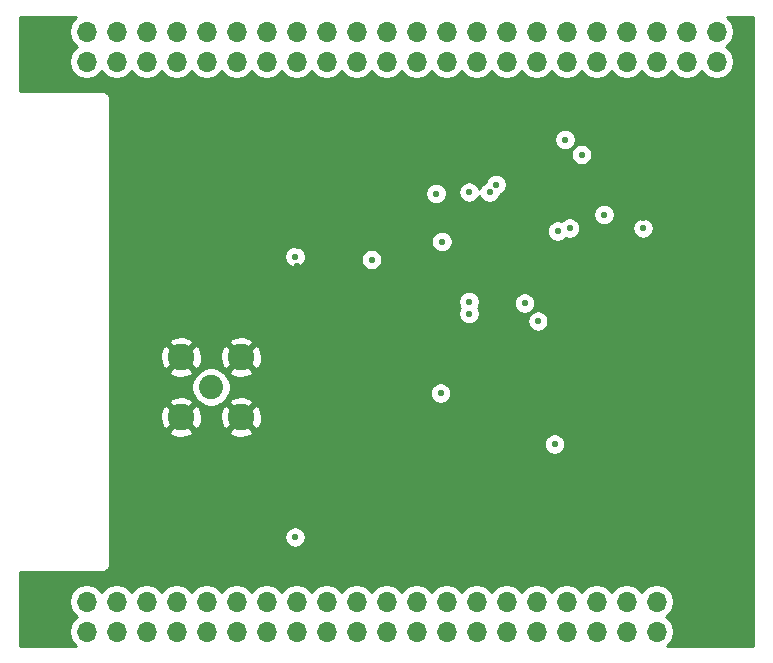
<source format=gbr>
%TF.GenerationSoftware,KiCad,Pcbnew,(5.1.9)-1*%
%TF.CreationDate,2021-09-29T12:39:09-05:00*%
%TF.ProjectId,zigbeeCape,7a696762-6565-4436-9170-652e6b696361,rev?*%
%TF.SameCoordinates,Original*%
%TF.FileFunction,Copper,L2,Inr*%
%TF.FilePolarity,Positive*%
%FSLAX46Y46*%
G04 Gerber Fmt 4.6, Leading zero omitted, Abs format (unit mm)*
G04 Created by KiCad (PCBNEW (5.1.9)-1) date 2021-09-29 12:39:09*
%MOMM*%
%LPD*%
G01*
G04 APERTURE LIST*
%TA.AperFunction,ComponentPad*%
%ADD10C,0.515000*%
%TD*%
%TA.AperFunction,ComponentPad*%
%ADD11C,0.600000*%
%TD*%
%TA.AperFunction,ComponentPad*%
%ADD12C,2.050000*%
%TD*%
%TA.AperFunction,ComponentPad*%
%ADD13C,2.250000*%
%TD*%
%TA.AperFunction,ComponentPad*%
%ADD14R,1.700000X1.700000*%
%TD*%
%TA.AperFunction,ComponentPad*%
%ADD15O,1.700000X1.700000*%
%TD*%
%TA.AperFunction,ViaPad*%
%ADD16C,0.558800*%
%TD*%
%TA.AperFunction,Conductor*%
%ADD17C,0.254000*%
%TD*%
%TA.AperFunction,Conductor*%
%ADD18C,0.100000*%
%TD*%
G04 APERTURE END LIST*
D10*
%TO.N,GND*%
%TO.C,U1*%
X43670000Y32400000D03*
X43670000Y33430000D03*
X43670000Y34460000D03*
X43670000Y35490000D03*
X43670000Y36520000D03*
X42640000Y32400000D03*
X42640000Y33430000D03*
X42640000Y34460000D03*
X42640000Y35490000D03*
X42640000Y36520000D03*
X41610000Y32400000D03*
X41610000Y33430000D03*
X41610000Y34460000D03*
X41610000Y35490000D03*
X41610000Y36520000D03*
X40580000Y32400000D03*
X40580000Y33430000D03*
X40580000Y34460000D03*
X40580000Y35490000D03*
X40580000Y36520000D03*
X39550000Y32400000D03*
X39550000Y33430000D03*
X39550000Y34460000D03*
X39550000Y35490000D03*
X39550000Y36520000D03*
%TD*%
D11*
%TO.N,GND*%
%TO.C,REF\u002A\u002A*%
X46863000Y22479000D03*
%TD*%
%TO.N,GND*%
%TO.C,REF\u002A\u002A*%
X44196000Y25146000D03*
%TD*%
%TO.N,GND*%
%TO.C,REF\u002A\u002A*%
X47117000Y27559000D03*
%TD*%
%TO.N,GND*%
%TO.C,REF\u002A\u002A*%
X47244000Y33528000D03*
%TD*%
%TO.N,GND*%
%TO.C,REF\u002A\u002A*%
X40132000Y45720000D03*
%TD*%
%TO.N,GND*%
%TO.C,REF\u002A\u002A*%
X37592000Y45974000D03*
%TD*%
%TO.N,GND*%
%TO.C,REF\u002A\u002A*%
X40132000Y48006000D03*
%TD*%
%TO.N,GND*%
%TO.C,REF\u002A\u002A*%
X37592000Y48006000D03*
%TD*%
%TO.N,GND*%
%TO.C,REF\u002A\u002A*%
X46609000Y41656000D03*
%TD*%
%TO.N,GND*%
%TO.C,REF\u002A\u002A*%
X44958000Y43180000D03*
%TD*%
%TO.N,GND*%
%TO.C,REF\u002A\u002A*%
X42291000Y43815000D03*
%TD*%
%TO.N,GND*%
%TO.C,REF\u002A\u002A*%
X44831000Y45466000D03*
%TD*%
%TO.N,GND*%
%TO.C,REF\u002A\u002A*%
X42291000Y45466000D03*
%TD*%
%TO.N,GND*%
%TO.C,REF\u002A\u002A*%
X44831000Y48006000D03*
%TD*%
%TO.N,GND*%
%TO.C,REF\u002A\u002A*%
X34290000Y43561000D03*
%TD*%
%TO.N,GND*%
%TO.C,REF\u002A\u002A*%
X31750000Y43561000D03*
%TD*%
%TO.N,GND*%
%TO.C,REF\u002A\u002A*%
X29591000Y42926000D03*
%TD*%
%TO.N,GND*%
%TO.C,REF\u002A\u002A*%
X34671000Y45466000D03*
%TD*%
%TO.N,GND*%
%TO.C,REF\u002A\u002A*%
X32131000Y45466000D03*
%TD*%
%TO.N,GND*%
%TO.C,REF\u002A\u002A*%
X29591000Y45466000D03*
%TD*%
%TO.N,GND*%
%TO.C,REF\u002A\u002A*%
X34671000Y48006000D03*
%TD*%
%TO.N,GND*%
%TO.C,REF\u002A\u002A*%
X32131000Y48006000D03*
%TD*%
D12*
%TO.N,Net-(C31-Pad2)*%
%TO.C,U3*%
X16891000Y22606000D03*
D13*
%TO.N,GND*%
X19431000Y20066000D03*
X19431000Y25146000D03*
X14351000Y25146000D03*
X14351000Y20066000D03*
%TD*%
D11*
%TO.N,GND*%
%TO.C,REF\u002A\u002A*%
X25273000Y35433000D03*
%TD*%
%TO.N,GND*%
%TO.C,REF\u002A\u002A*%
X28194000Y35560000D03*
%TD*%
%TO.N,GND*%
%TO.C,REF\u002A\u002A*%
X26670000Y34290000D03*
%TD*%
%TO.N,GND*%
%TO.C,REF\u002A\u002A*%
X27559000Y36957000D03*
%TD*%
%TO.N,GND*%
%TO.C,REF\u002A\u002A*%
X30480000Y36576000D03*
%TD*%
%TO.N,GND*%
%TO.C,REF\u002A\u002A*%
X29210000Y38100000D03*
%TD*%
%TO.N,GND*%
%TO.C,REF\u002A\u002A*%
X27305000Y38608000D03*
%TD*%
%TO.N,GND*%
%TO.C,REF\u002A\u002A*%
X28448000Y39751000D03*
%TD*%
%TO.N,GND*%
%TO.C,REF\u002A\u002A*%
X30099000Y39751000D03*
%TD*%
%TO.N,GND*%
%TO.C,REF\u002A\u002A*%
X31115000Y38481000D03*
%TD*%
%TO.N,GND*%
%TO.C,REF\u002A\u002A*%
X32766000Y35687000D03*
%TD*%
%TO.N,GND*%
%TO.C,REF\u002A\u002A*%
X29718000Y34671000D03*
%TD*%
%TO.N,GND*%
%TO.C,REF\u002A\u002A*%
X27940000Y33274000D03*
%TD*%
%TO.N,GND*%
%TO.C,REF\u002A\u002A*%
X26035000Y31877000D03*
%TD*%
%TO.N,GND*%
%TO.C,REF\u002A\u002A*%
X25781000Y29972000D03*
%TD*%
%TO.N,GND*%
%TO.C,REF\u002A\u002A*%
X24384000Y31242000D03*
%TD*%
%TO.N,GND*%
%TO.C,REF\u002A\u002A*%
X30226000Y27940000D03*
%TD*%
%TO.N,GND*%
%TO.C,REF\u002A\u002A*%
X32639000Y28194000D03*
%TD*%
%TO.N,GND*%
%TO.C,REF\u002A\u002A*%
X31242000Y26797000D03*
%TD*%
%TO.N,GND*%
%TO.C,REF\u002A\u002A*%
X28702000Y26416000D03*
%TD*%
%TO.N,GND*%
%TO.C,REF\u002A\u002A*%
X28829000Y23876000D03*
%TD*%
%TO.N,GND*%
%TO.C,REF\u002A\u002A*%
X25654000Y10287000D03*
%TD*%
%TO.N,GND*%
%TO.C,REF\u002A\u002A*%
X15875000Y9144000D03*
%TD*%
%TO.N,GND*%
%TO.C,REF\u002A\u002A*%
X12954000Y9144000D03*
%TD*%
%TO.N,GND*%
%TO.C,REF\u002A\u002A*%
X31750000Y16383000D03*
%TD*%
%TO.N,GND*%
%TO.C,REF\u002A\u002A*%
X31750000Y18796000D03*
%TD*%
%TO.N,GND*%
%TO.C,REF\u002A\u002A*%
X29591000Y19939000D03*
%TD*%
%TO.N,GND*%
%TO.C,REF\u002A\u002A*%
X29464000Y17526000D03*
%TD*%
%TO.N,GND*%
%TO.C,REF\u002A\u002A*%
X29464000Y14986000D03*
%TD*%
%TO.N,GND*%
%TO.C,REF\u002A\u002A*%
X27051000Y12446000D03*
%TD*%
%TO.N,GND*%
%TO.C,REF\u002A\u002A*%
X24511000Y12446000D03*
%TD*%
%TO.N,GND*%
%TO.C,REF\u002A\u002A*%
X21971000Y12446000D03*
%TD*%
%TO.N,GND*%
%TO.C,REF\u002A\u002A*%
X18440400Y10718800D03*
%TD*%
%TO.N,GND*%
%TO.C,REF\u002A\u002A*%
X16281400Y12776200D03*
%TD*%
%TO.N,GND*%
%TO.C,REF\u002A\u002A*%
X12903200Y12801600D03*
%TD*%
%TO.N,GND*%
%TO.C,REF\u002A\u002A*%
X9271000Y10668000D03*
%TD*%
%TO.N,GND*%
%TO.C,REF\u002A\u002A*%
X27051000Y14986000D03*
%TD*%
%TO.N,GND*%
%TO.C,REF\u002A\u002A*%
X24511000Y14986000D03*
%TD*%
%TO.N,GND*%
%TO.C,REF\u002A\u002A*%
X21971000Y14986000D03*
%TD*%
%TO.N,GND*%
%TO.C,REF\u002A\u002A*%
X19431000Y14986000D03*
%TD*%
%TO.N,GND*%
%TO.C,REF\u002A\u002A*%
X16891000Y14986000D03*
%TD*%
%TO.N,GND*%
%TO.C,REF\u002A\u002A*%
X14351000Y14986000D03*
%TD*%
%TO.N,GND*%
%TO.C,REF\u002A\u002A*%
X11811000Y14986000D03*
%TD*%
%TO.N,GND*%
%TO.C,REF\u002A\u002A*%
X9271000Y14986000D03*
%TD*%
%TO.N,GND*%
%TO.C,REF\u002A\u002A*%
X27051000Y17526000D03*
%TD*%
%TO.N,GND*%
%TO.C,REF\u002A\u002A*%
X24511000Y17526000D03*
%TD*%
%TO.N,GND*%
%TO.C,REF\u002A\u002A*%
X21971000Y17526000D03*
%TD*%
%TO.N,GND*%
%TO.C,REF\u002A\u002A*%
X19431000Y17526000D03*
%TD*%
%TO.N,GND*%
%TO.C,REF\u002A\u002A*%
X16891000Y17526000D03*
%TD*%
%TO.N,GND*%
%TO.C,REF\u002A\u002A*%
X14351000Y17526000D03*
%TD*%
%TO.N,GND*%
%TO.C,REF\u002A\u002A*%
X11811000Y17526000D03*
%TD*%
%TO.N,GND*%
%TO.C,REF\u002A\u002A*%
X9271000Y17526000D03*
%TD*%
%TO.N,GND*%
%TO.C,REF\u002A\u002A*%
X27051000Y20066000D03*
%TD*%
%TO.N,GND*%
%TO.C,REF\u002A\u002A*%
X24511000Y20066000D03*
%TD*%
%TO.N,GND*%
%TO.C,REF\u002A\u002A*%
X21971000Y20066000D03*
%TD*%
%TO.N,GND*%
%TO.C,REF\u002A\u002A*%
X16891000Y20066000D03*
%TD*%
%TO.N,GND*%
%TO.C,REF\u002A\u002A*%
X11811000Y20066000D03*
%TD*%
%TO.N,GND*%
%TO.C,REF\u002A\u002A*%
X9271000Y20066000D03*
%TD*%
%TO.N,GND*%
%TO.C,REF\u002A\u002A*%
X27051000Y22606000D03*
%TD*%
%TO.N,GND*%
%TO.C,REF\u002A\u002A*%
X24511000Y22606000D03*
%TD*%
%TO.N,GND*%
%TO.C,REF\u002A\u002A*%
X21971000Y22606000D03*
%TD*%
%TO.N,GND*%
%TO.C,REF\u002A\u002A*%
X19431000Y22606000D03*
%TD*%
%TO.N,GND*%
%TO.C,REF\u002A\u002A*%
X14351000Y22606000D03*
%TD*%
%TO.N,GND*%
%TO.C,REF\u002A\u002A*%
X11811000Y22606000D03*
%TD*%
%TO.N,GND*%
%TO.C,REF\u002A\u002A*%
X9271000Y22606000D03*
%TD*%
%TO.N,GND*%
%TO.C,REF\u002A\u002A*%
X27051000Y25146000D03*
%TD*%
%TO.N,GND*%
%TO.C,REF\u002A\u002A*%
X24511000Y25146000D03*
%TD*%
%TO.N,GND*%
%TO.C,REF\u002A\u002A*%
X21971000Y25146000D03*
%TD*%
%TO.N,GND*%
%TO.C,REF\u002A\u002A*%
X11811000Y25146000D03*
%TD*%
%TO.N,GND*%
%TO.C,REF\u002A\u002A*%
X9271000Y25146000D03*
%TD*%
%TO.N,GND*%
%TO.C,REF\u002A\u002A*%
X27051000Y27686000D03*
%TD*%
%TO.N,GND*%
%TO.C,REF\u002A\u002A*%
X21971000Y27686000D03*
%TD*%
%TO.N,GND*%
%TO.C,REF\u002A\u002A*%
X19431000Y27686000D03*
%TD*%
%TO.N,GND*%
%TO.C,REF\u002A\u002A*%
X16891000Y27686000D03*
%TD*%
%TO.N,GND*%
%TO.C,REF\u002A\u002A*%
X14351000Y27686000D03*
%TD*%
%TO.N,GND*%
%TO.C,REF\u002A\u002A*%
X11811000Y27686000D03*
%TD*%
%TO.N,GND*%
%TO.C,REF\u002A\u002A*%
X9271000Y27686000D03*
%TD*%
%TO.N,GND*%
%TO.C,REF\u002A\u002A*%
X21971000Y30226000D03*
%TD*%
%TO.N,GND*%
%TO.C,REF\u002A\u002A*%
X16891000Y30226000D03*
%TD*%
%TO.N,GND*%
%TO.C,REF\u002A\u002A*%
X14351000Y30226000D03*
%TD*%
%TO.N,GND*%
%TO.C,REF\u002A\u002A*%
X11811000Y30226000D03*
%TD*%
%TO.N,GND*%
%TO.C,REF\u002A\u002A*%
X9271000Y30226000D03*
%TD*%
%TO.N,GND*%
%TO.C,REF\u002A\u002A*%
X19431000Y32766000D03*
%TD*%
%TO.N,GND*%
%TO.C,REF\u002A\u002A*%
X16891000Y32766000D03*
%TD*%
%TO.N,GND*%
%TO.C,REF\u002A\u002A*%
X14351000Y32766000D03*
%TD*%
%TO.N,GND*%
%TO.C,REF\u002A\u002A*%
X11811000Y32766000D03*
%TD*%
%TO.N,GND*%
%TO.C,REF\u002A\u002A*%
X9271000Y32766000D03*
%TD*%
%TO.N,GND*%
%TO.C,REF\u002A\u002A*%
X21590000Y35306000D03*
%TD*%
%TO.N,GND*%
%TO.C,REF\u002A\u002A*%
X19431000Y35306000D03*
%TD*%
%TO.N,GND*%
%TO.C,REF\u002A\u002A*%
X16891000Y35306000D03*
%TD*%
%TO.N,GND*%
%TO.C,REF\u002A\u002A*%
X14351000Y35306000D03*
%TD*%
%TO.N,GND*%
%TO.C,REF\u002A\u002A*%
X11811000Y35306000D03*
%TD*%
%TO.N,GND*%
%TO.C,REF\u002A\u002A*%
X9271000Y35306000D03*
%TD*%
%TO.N,GND*%
%TO.C,REF\u002A\u002A*%
X21971000Y37846000D03*
%TD*%
%TO.N,GND*%
%TO.C,REF\u002A\u002A*%
X19431000Y37846000D03*
%TD*%
%TO.N,GND*%
%TO.C,REF\u002A\u002A*%
X16891000Y37846000D03*
%TD*%
%TO.N,GND*%
%TO.C,REF\u002A\u002A*%
X14351000Y37846000D03*
%TD*%
%TO.N,GND*%
%TO.C,REF\u002A\u002A*%
X11811000Y37846000D03*
%TD*%
%TO.N,GND*%
%TO.C,REF\u002A\u002A*%
X9271000Y37846000D03*
%TD*%
%TO.N,GND*%
%TO.C,REF\u002A\u002A*%
X24511000Y40386000D03*
%TD*%
%TO.N,GND*%
%TO.C,REF\u002A\u002A*%
X21971000Y40386000D03*
%TD*%
%TO.N,GND*%
%TO.C,REF\u002A\u002A*%
X19431000Y40386000D03*
%TD*%
%TO.N,GND*%
%TO.C,REF\u002A\u002A*%
X16891000Y40386000D03*
%TD*%
%TO.N,GND*%
%TO.C,REF\u002A\u002A*%
X14351000Y40386000D03*
%TD*%
%TO.N,GND*%
%TO.C,REF\u002A\u002A*%
X11811000Y40386000D03*
%TD*%
%TO.N,GND*%
%TO.C,REF\u002A\u002A*%
X9271000Y40386000D03*
%TD*%
%TO.N,GND*%
%TO.C,REF\u002A\u002A*%
X27051000Y42926000D03*
%TD*%
%TO.N,GND*%
%TO.C,REF\u002A\u002A*%
X24511000Y42926000D03*
%TD*%
%TO.N,GND*%
%TO.C,REF\u002A\u002A*%
X21971000Y42926000D03*
%TD*%
%TO.N,GND*%
%TO.C,REF\u002A\u002A*%
X19431000Y42926000D03*
%TD*%
%TO.N,GND*%
%TO.C,REF\u002A\u002A*%
X16891000Y42926000D03*
%TD*%
%TO.N,GND*%
%TO.C,REF\u002A\u002A*%
X14351000Y42926000D03*
%TD*%
%TO.N,GND*%
%TO.C,REF\u002A\u002A*%
X11811000Y42926000D03*
%TD*%
%TO.N,GND*%
%TO.C,REF\u002A\u002A*%
X9271000Y42926000D03*
%TD*%
%TO.N,GND*%
%TO.C,REF\u002A\u002A*%
X27051000Y45466000D03*
%TD*%
%TO.N,GND*%
%TO.C,REF\u002A\u002A*%
X24511000Y45466000D03*
%TD*%
%TO.N,GND*%
%TO.C,REF\u002A\u002A*%
X21971000Y45466000D03*
%TD*%
%TO.N,GND*%
%TO.C,REF\u002A\u002A*%
X19431000Y45466000D03*
%TD*%
%TO.N,GND*%
%TO.C,REF\u002A\u002A*%
X16891000Y45466000D03*
%TD*%
%TO.N,GND*%
%TO.C,REF\u002A\u002A*%
X14351000Y45466000D03*
%TD*%
%TO.N,GND*%
%TO.C,REF\u002A\u002A*%
X11811000Y45466000D03*
%TD*%
%TO.N,GND*%
%TO.C,REF\u002A\u002A*%
X9271000Y45466000D03*
%TD*%
%TO.N,GND*%
%TO.C,REF\u002A\u002A*%
X27051000Y48006000D03*
%TD*%
%TO.N,GND*%
%TO.C,REF\u002A\u002A*%
X24511000Y48006000D03*
%TD*%
%TO.N,GND*%
%TO.C,REF\u002A\u002A*%
X21971000Y48006000D03*
%TD*%
%TO.N,GND*%
%TO.C,REF\u002A\u002A*%
X19431000Y48006000D03*
%TD*%
%TO.N,GND*%
%TO.C,REF\u002A\u002A*%
X16891000Y48006000D03*
%TD*%
%TO.N,GND*%
%TO.C,REF\u002A\u002A*%
X14351000Y48006000D03*
%TD*%
%TO.N,GND*%
%TO.C,REF\u002A\u002A*%
X11811000Y48006000D03*
%TD*%
%TO.N,GND*%
%TO.C,REF\u002A\u002A*%
X56388000Y42672000D03*
%TD*%
%TO.N,GND*%
%TO.C,REF\u002A\u002A*%
X58293000Y41402000D03*
%TD*%
%TO.N,GND*%
%TO.C,REF\u002A\u002A*%
X52247800Y44348400D03*
%TD*%
%TO.N,GND*%
%TO.C,REF\u002A\u002A*%
X54737000Y44958000D03*
%TD*%
%TO.N,GND*%
%TO.C,REF\u002A\u002A*%
X57912000Y44831000D03*
%TD*%
%TO.N,GND*%
%TO.C,REF\u002A\u002A*%
X59817000Y33401000D03*
%TD*%
%TO.N,GND*%
%TO.C,REF\u002A\u002A*%
X57658000Y31623000D03*
%TD*%
%TO.N,GND*%
%TO.C,REF\u002A\u002A*%
X57658000Y29718000D03*
%TD*%
%TO.N,GND*%
%TO.C,REF\u002A\u002A*%
X54483000Y29591000D03*
%TD*%
%TO.N,GND*%
%TO.C,REF\u002A\u002A*%
X57404000Y27305000D03*
%TD*%
%TO.N,GND*%
%TO.C,REF\u002A\u002A*%
X54356000Y27432000D03*
%TD*%
%TO.N,GND*%
%TO.C,REF\u002A\u002A*%
X57404000Y20447000D03*
%TD*%
%TO.N,GND*%
%TO.C,REF\u002A\u002A*%
X54229000Y20447000D03*
%TD*%
%TO.N,GND*%
%TO.C,REF\u002A\u002A*%
X44754800Y10464800D03*
%TD*%
%TO.N,GND*%
%TO.C,REF\u002A\u002A*%
X47244000Y11176000D03*
%TD*%
%TO.N,GND*%
%TO.C,REF\u002A\u002A*%
X46482000Y14478000D03*
%TD*%
%TO.N,GND*%
%TO.C,REF\u002A\u002A*%
X49149000Y14732000D03*
%TD*%
%TO.N,GND*%
%TO.C,REF\u002A\u002A*%
X42672000Y13335000D03*
%TD*%
%TO.N,GND*%
%TO.C,REF\u002A\u002A*%
X42545000Y19939000D03*
%TD*%
%TO.N,GND*%
%TO.C,REF\u002A\u002A*%
X41529000Y22479000D03*
%TD*%
%TO.N,GND*%
%TO.C,REF\u002A\u002A*%
X41275000Y9652000D03*
%TD*%
%TO.N,GND*%
%TO.C,REF\u002A\u002A*%
X38100000Y6350000D03*
%TD*%
%TO.N,GND*%
%TO.C,REF\u002A\u002A*%
X57531000Y12065000D03*
%TD*%
%TO.N,GND*%
%TO.C,REF\u002A\u002A*%
X54229000Y12065000D03*
%TD*%
%TO.N,GND*%
%TO.C,REF\u002A\u002A*%
X62103000Y51054000D03*
%TD*%
%TO.N,GND*%
%TO.C,REF\u002A\u002A*%
X62103000Y53340000D03*
%TD*%
%TO.N,GND*%
%TO.C,REF\u002A\u002A*%
X9271000Y32766000D03*
%TD*%
%TO.N,GND*%
%TO.C,REF\u002A\u002A*%
X60071000Y48006000D03*
%TD*%
%TO.N,GND*%
%TO.C,REF\u002A\u002A*%
X59563000Y6477000D03*
%TD*%
%TO.N,GND*%
%TO.C,REF\u002A\u002A*%
X57023000Y6477000D03*
%TD*%
%TO.N,GND*%
%TO.C,REF\u002A\u002A*%
X54483000Y6477000D03*
%TD*%
%TO.N,GND*%
%TO.C,REF\u002A\u002A*%
X51816000Y6477000D03*
%TD*%
%TO.N,GND*%
%TO.C,REF\u002A\u002A*%
X49530000Y6477000D03*
%TD*%
%TO.N,GND*%
%TO.C,REF\u002A\u002A*%
X46990000Y6477000D03*
%TD*%
%TO.N,GND*%
%TO.C,REF\u002A\u002A*%
X44450000Y6477000D03*
%TD*%
%TO.N,GND*%
%TO.C,REF\u002A\u002A*%
X41910000Y6477000D03*
%TD*%
%TO.N,GND*%
%TO.C,REF\u002A\u002A*%
X22733000Y6477000D03*
%TD*%
%TO.N,GND*%
%TO.C,REF\u002A\u002A*%
X20193000Y6477000D03*
%TD*%
%TO.N,GND*%
%TO.C,REF\u002A\u002A*%
X17653000Y6477000D03*
%TD*%
%TO.N,GND*%
%TO.C,REF\u002A\u002A*%
X15113000Y6477000D03*
%TD*%
%TO.N,GND*%
%TO.C,REF\u002A\u002A*%
X12700000Y6477000D03*
%TD*%
%TO.N,GND*%
%TO.C,REF\u002A\u002A*%
X9271000Y48006000D03*
%TD*%
D14*
%TO.N,GND*%
%TO.C,U5*%
X3810000Y1905000D03*
D15*
X3810000Y4445000D03*
%TO.N,+3V3*%
X6350000Y1905000D03*
X6350000Y4445000D03*
%TO.N,Net-(U5-Pad5)*%
X8890000Y1905000D03*
%TO.N,Net-(U5-Pad6)*%
X8890000Y4445000D03*
%TO.N,Net-(U5-Pad7)*%
X11430000Y1905000D03*
%TO.N,Net-(U5-Pad8)*%
X11430000Y4445000D03*
%TO.N,Net-(U5-Pad9)*%
X13970000Y1905000D03*
%TO.N,/BeagleBone_Headers/BeagleBone_Reset*%
X13970000Y4445000D03*
%TO.N,Net-(U5-Pad11)*%
X16510000Y1905000D03*
%TO.N,Net-(U5-Pad12)*%
X16510000Y4445000D03*
%TO.N,Net-(U5-Pad13)*%
X19050000Y1905000D03*
%TO.N,Net-(U5-Pad14)*%
X19050000Y4445000D03*
%TO.N,Net-(U5-Pad15)*%
X21590000Y1905000D03*
%TO.N,Net-(U5-Pad16)*%
X21590000Y4445000D03*
%TO.N,SPI_CS*%
X24130000Y1905000D03*
%TO.N,SPI_MOSI*%
X24130000Y4445000D03*
%TO.N,I2C2_SCL*%
X26670000Y1905000D03*
%TO.N,I2C2_SDA*%
X26670000Y4445000D03*
%TO.N,SPI_MISO*%
X29210000Y1905000D03*
%TO.N,SPI_CLK*%
X29210000Y4445000D03*
%TO.N,Net-(U5-Pad23)*%
X31750000Y1905000D03*
%TO.N,UART_TX*%
X31750000Y4445000D03*
%TO.N,Net-(U5-Pad25)*%
X34290000Y1905000D03*
%TO.N,UART_RX*%
X34290000Y4445000D03*
%TO.N,Net-(U5-Pad27)*%
X36830000Y1905000D03*
%TO.N,Net-(U5-Pad28)*%
X36830000Y4445000D03*
%TO.N,Net-(U5-Pad29)*%
X39370000Y1905000D03*
%TO.N,Network_Connect*%
X39370000Y4445000D03*
%TO.N,Net-(U5-Pad31)*%
X41910000Y1905000D03*
%TO.N,Net-(U5-Pad32)*%
X41910000Y4445000D03*
%TO.N,Net-(U5-Pad33)*%
X44450000Y1905000D03*
%TO.N,Net-(U5-Pad34)*%
X44450000Y4445000D03*
%TO.N,Net-(U5-Pad35)*%
X46990000Y1905000D03*
%TO.N,Net-(U5-Pad36)*%
X46990000Y4445000D03*
%TO.N,Net-(U5-Pad37)*%
X49530000Y1905000D03*
%TO.N,Net-(U5-Pad38)*%
X49530000Y4445000D03*
%TO.N,Net-(U5-Pad39)*%
X52070000Y1905000D03*
%TO.N,Net-(U5-Pad40)*%
X52070000Y4445000D03*
%TO.N,Lan_HeartBeat*%
X54610000Y1905000D03*
%TO.N,Net-(U5-Pad42)*%
X54610000Y4445000D03*
%TO.N,GND*%
X57150000Y1905000D03*
X57150000Y4445000D03*
X59690000Y1905000D03*
X59690000Y4445000D03*
%TD*%
D11*
%TO.N,GND*%
%TO.C,REF\u002A\u002A*%
X9271000Y6477000D03*
%TD*%
%TO.N,GND*%
%TO.C,REF\u002A\u002A*%
X9271000Y14986000D03*
%TD*%
%TO.N,GND*%
%TO.C,REF\u002A\u002A*%
X9271000Y17526000D03*
%TD*%
%TO.N,GND*%
%TO.C,REF\u002A\u002A*%
X9271000Y20066000D03*
%TD*%
%TO.N,GND*%
%TO.C,REF\u002A\u002A*%
X9271000Y22606000D03*
%TD*%
%TO.N,GND*%
%TO.C,REF\u002A\u002A*%
X9271000Y25146000D03*
%TD*%
%TO.N,GND*%
%TO.C,REF\u002A\u002A*%
X9271000Y27686000D03*
%TD*%
%TO.N,GND*%
%TO.C,REF\u002A\u002A*%
X9271000Y30226000D03*
%TD*%
%TO.N,GND*%
%TO.C,REF\u002A\u002A*%
X9271000Y35306000D03*
%TD*%
%TO.N,GND*%
%TO.C,REF\u002A\u002A*%
X9271000Y37846000D03*
%TD*%
%TO.N,GND*%
%TO.C,REF\u002A\u002A*%
X9271000Y40386000D03*
%TD*%
%TO.N,GND*%
%TO.C,REF\u002A\u002A*%
X9271000Y42926000D03*
%TD*%
%TO.N,GND*%
%TO.C,REF\u002A\u002A*%
X9271000Y45466000D03*
%TD*%
%TO.N,GND*%
%TO.C,REF\u002A\u002A*%
X62103000Y6096000D03*
%TD*%
%TO.N,GND*%
%TO.C,REF\u002A\u002A*%
X62103000Y12446000D03*
%TD*%
%TO.N,GND*%
%TO.C,REF\u002A\u002A*%
X62103000Y7874000D03*
%TD*%
%TO.N,GND*%
%TO.C,REF\u002A\u002A*%
X62103000Y9906000D03*
%TD*%
%TO.N,GND*%
%TO.C,REF\u002A\u002A*%
X62103000Y14986000D03*
%TD*%
%TO.N,GND*%
%TO.C,REF\u002A\u002A*%
X62103000Y17526000D03*
%TD*%
%TO.N,GND*%
%TO.C,REF\u002A\u002A*%
X62103000Y20066000D03*
%TD*%
%TO.N,GND*%
%TO.C,REF\u002A\u002A*%
X62103000Y22606000D03*
%TD*%
%TO.N,GND*%
%TO.C,REF\u002A\u002A*%
X62103000Y25146000D03*
%TD*%
%TO.N,GND*%
%TO.C,REF\u002A\u002A*%
X62103000Y27686000D03*
%TD*%
%TO.N,GND*%
%TO.C,REF\u002A\u002A*%
X62103000Y30226000D03*
%TD*%
%TO.N,GND*%
%TO.C,REF\u002A\u002A*%
X62103000Y32766000D03*
%TD*%
%TO.N,GND*%
%TO.C,REF\u002A\u002A*%
X62103000Y35306000D03*
%TD*%
%TO.N,GND*%
%TO.C,REF\u002A\u002A*%
X62103000Y37846000D03*
%TD*%
%TO.N,GND*%
%TO.C,REF\u002A\u002A*%
X62103000Y40386000D03*
%TD*%
%TO.N,GND*%
%TO.C,REF\u002A\u002A*%
X62103000Y42926000D03*
%TD*%
%TO.N,GND*%
%TO.C,REF\u002A\u002A*%
X62103000Y45466000D03*
%TD*%
%TO.N,GND*%
%TO.C,REF\u002A\u002A*%
X62103000Y48006000D03*
%TD*%
%TO.N,GND*%
%TO.C,REF\u002A\u002A*%
X54991000Y48006000D03*
%TD*%
%TO.N,GND*%
%TO.C,REF\u002A\u002A*%
X57531000Y48006000D03*
%TD*%
%TO.N,GND*%
%TO.C,REF\u002A\u002A*%
X52451000Y48006000D03*
%TD*%
%TO.N,GND*%
%TO.C,REF\u002A\u002A*%
X49911000Y48006000D03*
%TD*%
%TO.N,GND*%
%TO.C,REF\u002A\u002A*%
X47371000Y48006000D03*
%TD*%
%TO.N,GND*%
%TO.C,REF\u002A\u002A*%
X44831000Y48006000D03*
%TD*%
%TO.N,GND*%
%TO.C,REF\u002A\u002A*%
X42291000Y48006000D03*
%TD*%
%TO.N,GND*%
%TO.C,REF\u002A\u002A*%
X34671000Y48006000D03*
%TD*%
%TO.N,GND*%
%TO.C,REF\u002A\u002A*%
X32131000Y48006000D03*
%TD*%
%TO.N,GND*%
%TO.C,REF\u002A\u002A*%
X29591000Y48006000D03*
%TD*%
%TO.N,GND*%
%TO.C,REF\u002A\u002A*%
X27051000Y48006000D03*
%TD*%
%TO.N,GND*%
%TO.C,REF\u002A\u002A*%
X24511000Y48006000D03*
%TD*%
%TO.N,GND*%
%TO.C,REF\u002A\u002A*%
X21971000Y48006000D03*
%TD*%
%TO.N,GND*%
%TO.C,REF\u002A\u002A*%
X19431000Y48006000D03*
%TD*%
%TO.N,GND*%
%TO.C,REF\u002A\u002A*%
X16891000Y48006000D03*
%TD*%
%TO.N,GND*%
%TO.C,REF\u002A\u002A*%
X14351000Y48006000D03*
%TD*%
%TO.N,GND*%
%TO.C,REF\u002A\u002A*%
X11811000Y48006000D03*
%TD*%
D15*
%TO.N,Net-(U4-Pad46)*%
%TO.C,U4*%
X59690000Y52705000D03*
%TO.N,Net-(U4-Pad45)*%
X59690000Y50165000D03*
%TO.N,Net-(U4-Pad44)*%
X57150000Y52705000D03*
%TO.N,Net-(U4-Pad43)*%
X57150000Y50165000D03*
%TO.N,Net-(U4-Pad42)*%
X54610000Y52705000D03*
%TO.N,Net-(U4-Pad41)*%
X54610000Y50165000D03*
%TO.N,Net-(U4-Pad40)*%
X52070000Y52705000D03*
%TO.N,Net-(U4-Pad39)*%
X52070000Y50165000D03*
%TO.N,Net-(U4-Pad38)*%
X49530000Y52705000D03*
%TO.N,Net-(U4-Pad37)*%
X49530000Y50165000D03*
%TO.N,Net-(U4-Pad36)*%
X46990000Y52705000D03*
%TO.N,Net-(U4-Pad35)*%
X46990000Y50165000D03*
%TO.N,Net-(U4-Pad34)*%
X44450000Y52705000D03*
%TO.N,Net-(U4-Pad33)*%
X44450000Y50165000D03*
%TO.N,Net-(U4-Pad32)*%
X41910000Y52705000D03*
%TO.N,Net-(U4-Pad31)*%
X41910000Y50165000D03*
%TO.N,Net-(U4-Pad30)*%
X39370000Y52705000D03*
%TO.N,Net-(U4-Pad29)*%
X39370000Y50165000D03*
%TO.N,Net-(U4-Pad28)*%
X36830000Y52705000D03*
%TO.N,Net-(U4-Pad27)*%
X36830000Y50165000D03*
%TO.N,Net-(U4-Pad26)*%
X34290000Y52705000D03*
%TO.N,Net-(U4-Pad25)*%
X34290000Y50165000D03*
%TO.N,Net-(U4-Pad24)*%
X31750000Y52705000D03*
%TO.N,Net-(U4-Pad23)*%
X31750000Y50165000D03*
%TO.N,Net-(U4-Pad22)*%
X29210000Y52705000D03*
%TO.N,Net-(U4-Pad21)*%
X29210000Y50165000D03*
%TO.N,Net-(U4-Pad20)*%
X26670000Y52705000D03*
%TO.N,Net-(U4-Pad19)*%
X26670000Y50165000D03*
%TO.N,Net-(U4-Pad18)*%
X24130000Y52705000D03*
%TO.N,Net-(U4-Pad17)*%
X24130000Y50165000D03*
%TO.N,Net-(U4-Pad16)*%
X21590000Y52705000D03*
%TO.N,Net-(U4-Pad15)*%
X21590000Y50165000D03*
%TO.N,Net-(U4-Pad14)*%
X19050000Y52705000D03*
%TO.N,Net-(U4-Pad13)*%
X19050000Y50165000D03*
%TO.N,Net-(U4-Pad12)*%
X16510000Y52705000D03*
%TO.N,Net-(U4-Pad11)*%
X16510000Y50165000D03*
%TO.N,Net-(U4-Pad10)*%
X13970000Y52705000D03*
%TO.N,Net-(U4-Pad9)*%
X13970000Y50165000D03*
%TO.N,Net-(U4-Pad8)*%
X11430000Y52705000D03*
%TO.N,Net-(U4-Pad7)*%
X11430000Y50165000D03*
%TO.N,Net-(U4-Pad6)*%
X8890000Y52705000D03*
%TO.N,Net-(U4-Pad5)*%
X8890000Y50165000D03*
%TO.N,Net-(U4-Pad4)*%
X6350000Y52705000D03*
%TO.N,Net-(U4-Pad3)*%
X6350000Y50165000D03*
%TO.N,GND*%
X3810000Y52705000D03*
D14*
X3810000Y50165000D03*
%TD*%
D16*
%TO.N,GND*%
X24003000Y7874000D03*
X59944000Y14986000D03*
X59944000Y16764000D03*
X49149000Y19812000D03*
X51435000Y19812000D03*
X45974000Y15875000D03*
X34290000Y42291000D03*
X32639000Y42418000D03*
X32004000Y41656000D03*
X31877000Y37846000D03*
X31877000Y36576000D03*
X33274000Y36576000D03*
X24638000Y36195000D03*
X26162000Y36195000D03*
X26162000Y37592000D03*
X25654000Y40640000D03*
X25654000Y42037000D03*
X27178000Y41910000D03*
X27178000Y30099000D03*
X26670000Y30734000D03*
X27305000Y31877000D03*
X37592000Y38989000D03*
X36322000Y40513000D03*
X35560000Y41910000D03*
X35560000Y43434000D03*
X36830000Y44831000D03*
X47244000Y40259000D03*
X48133000Y40386000D03*
X50165000Y38989000D03*
X46863000Y45339000D03*
X48133000Y46609000D03*
X51435000Y36195000D03*
X49911000Y32319600D03*
X46228000Y30988000D03*
X45593000Y28194000D03*
X33710525Y20828000D03*
X31369000Y20701000D03*
X28829000Y20701000D03*
X24257000Y34544000D03*
X25400000Y34417000D03*
X24130000Y32893000D03*
X25527000Y32893000D03*
X53467000Y36957000D03*
X55626000Y40767000D03*
X57277000Y39116000D03*
X32893000Y30734000D03*
X32893000Y29464000D03*
X31623000Y29464000D03*
X41918800Y26466800D03*
X42646600Y26365200D03*
X40360600Y40944800D03*
X39624000Y43535600D03*
X40817800Y43586400D03*
X50876200Y46659800D03*
X53695600Y46405800D03*
X58877200Y46431200D03*
X61722000Y46659800D03*
X53898800Y25095200D03*
X52197000Y26339800D03*
X58877200Y25095200D03*
X53822600Y18516600D03*
X58953400Y18465800D03*
X50190400Y10414000D03*
X49606200Y27432000D03*
%TO.N,+3V3*%
X24003000Y9906000D03*
X45974000Y17780000D03*
X41021000Y39751000D03*
X47244000Y36068000D03*
X50165000Y37211000D03*
X48260000Y42291000D03*
X46863000Y43561000D03*
X36322000Y22098000D03*
X53467000Y36068000D03*
X38735000Y29845000D03*
X38735000Y28829000D03*
X43434000Y29718000D03*
%TO.N,VDDR*%
X38735000Y39116000D03*
X40469600Y39116000D03*
%TO.N,Net-(C15-Pad1)*%
X44577000Y28194000D03*
%TO.N,/ZigBeeFiltering/RX_TX*%
X30480000Y33401000D03*
X35941000Y38989000D03*
X36423600Y34925000D03*
%TO.N,Net-(C31-Pad1)*%
X24003000Y33655000D03*
%TO.N,DCDC_SW*%
X46228000Y35814000D03*
%TD*%
D17*
%TO.N,GND*%
X5403368Y53858475D02*
X5196525Y53651632D01*
X5034010Y53408411D01*
X4922068Y53138158D01*
X4865000Y52851260D01*
X4865000Y52558740D01*
X4922068Y52271842D01*
X5034010Y52001589D01*
X5196525Y51758368D01*
X5403368Y51551525D01*
X5577760Y51435000D01*
X5403368Y51318475D01*
X5196525Y51111632D01*
X5034010Y50868411D01*
X4922068Y50598158D01*
X4865000Y50311260D01*
X4865000Y50018740D01*
X4922068Y49731842D01*
X5034010Y49461589D01*
X5196525Y49218368D01*
X5403368Y49011525D01*
X5646589Y48849010D01*
X5916842Y48737068D01*
X6203740Y48680000D01*
X6496260Y48680000D01*
X6783158Y48737068D01*
X7053411Y48849010D01*
X7296632Y49011525D01*
X7503475Y49218368D01*
X7620000Y49392760D01*
X7736525Y49218368D01*
X7943368Y49011525D01*
X8186589Y48849010D01*
X8456842Y48737068D01*
X8743740Y48680000D01*
X9036260Y48680000D01*
X9323158Y48737068D01*
X9593411Y48849010D01*
X9836632Y49011525D01*
X10043475Y49218368D01*
X10160000Y49392760D01*
X10276525Y49218368D01*
X10483368Y49011525D01*
X10726589Y48849010D01*
X10996842Y48737068D01*
X11283740Y48680000D01*
X11576260Y48680000D01*
X11863158Y48737068D01*
X12133411Y48849010D01*
X12376632Y49011525D01*
X12583475Y49218368D01*
X12700000Y49392760D01*
X12816525Y49218368D01*
X13023368Y49011525D01*
X13266589Y48849010D01*
X13536842Y48737068D01*
X13823740Y48680000D01*
X14116260Y48680000D01*
X14403158Y48737068D01*
X14673411Y48849010D01*
X14916632Y49011525D01*
X15123475Y49218368D01*
X15240000Y49392760D01*
X15356525Y49218368D01*
X15563368Y49011525D01*
X15806589Y48849010D01*
X16076842Y48737068D01*
X16363740Y48680000D01*
X16656260Y48680000D01*
X16943158Y48737068D01*
X17213411Y48849010D01*
X17456632Y49011525D01*
X17663475Y49218368D01*
X17780000Y49392760D01*
X17896525Y49218368D01*
X18103368Y49011525D01*
X18346589Y48849010D01*
X18616842Y48737068D01*
X18903740Y48680000D01*
X19196260Y48680000D01*
X19483158Y48737068D01*
X19753411Y48849010D01*
X19996632Y49011525D01*
X20203475Y49218368D01*
X20320000Y49392760D01*
X20436525Y49218368D01*
X20643368Y49011525D01*
X20886589Y48849010D01*
X21156842Y48737068D01*
X21443740Y48680000D01*
X21736260Y48680000D01*
X22023158Y48737068D01*
X22293411Y48849010D01*
X22536632Y49011525D01*
X22743475Y49218368D01*
X22860000Y49392760D01*
X22976525Y49218368D01*
X23183368Y49011525D01*
X23426589Y48849010D01*
X23696842Y48737068D01*
X23983740Y48680000D01*
X24276260Y48680000D01*
X24563158Y48737068D01*
X24833411Y48849010D01*
X25076632Y49011525D01*
X25283475Y49218368D01*
X25400000Y49392760D01*
X25516525Y49218368D01*
X25723368Y49011525D01*
X25966589Y48849010D01*
X26236842Y48737068D01*
X26523740Y48680000D01*
X26816260Y48680000D01*
X27103158Y48737068D01*
X27373411Y48849010D01*
X27616632Y49011525D01*
X27823475Y49218368D01*
X27940000Y49392760D01*
X28056525Y49218368D01*
X28263368Y49011525D01*
X28506589Y48849010D01*
X28776842Y48737068D01*
X29063740Y48680000D01*
X29356260Y48680000D01*
X29643158Y48737068D01*
X29913411Y48849010D01*
X30156632Y49011525D01*
X30363475Y49218368D01*
X30480000Y49392760D01*
X30596525Y49218368D01*
X30803368Y49011525D01*
X31046589Y48849010D01*
X31316842Y48737068D01*
X31603740Y48680000D01*
X31896260Y48680000D01*
X32183158Y48737068D01*
X32453411Y48849010D01*
X32696632Y49011525D01*
X32903475Y49218368D01*
X33020000Y49392760D01*
X33136525Y49218368D01*
X33343368Y49011525D01*
X33586589Y48849010D01*
X33856842Y48737068D01*
X34143740Y48680000D01*
X34436260Y48680000D01*
X34723158Y48737068D01*
X34993411Y48849010D01*
X35236632Y49011525D01*
X35443475Y49218368D01*
X35560000Y49392760D01*
X35676525Y49218368D01*
X35883368Y49011525D01*
X36126589Y48849010D01*
X36396842Y48737068D01*
X36683740Y48680000D01*
X36976260Y48680000D01*
X37263158Y48737068D01*
X37533411Y48849010D01*
X37776632Y49011525D01*
X37983475Y49218368D01*
X38100000Y49392760D01*
X38216525Y49218368D01*
X38423368Y49011525D01*
X38666589Y48849010D01*
X38936842Y48737068D01*
X39223740Y48680000D01*
X39516260Y48680000D01*
X39803158Y48737068D01*
X40073411Y48849010D01*
X40316632Y49011525D01*
X40523475Y49218368D01*
X40640000Y49392760D01*
X40756525Y49218368D01*
X40963368Y49011525D01*
X41206589Y48849010D01*
X41476842Y48737068D01*
X41763740Y48680000D01*
X42056260Y48680000D01*
X42343158Y48737068D01*
X42613411Y48849010D01*
X42856632Y49011525D01*
X43063475Y49218368D01*
X43180000Y49392760D01*
X43296525Y49218368D01*
X43503368Y49011525D01*
X43746589Y48849010D01*
X44016842Y48737068D01*
X44303740Y48680000D01*
X44596260Y48680000D01*
X44883158Y48737068D01*
X45153411Y48849010D01*
X45396632Y49011525D01*
X45603475Y49218368D01*
X45720000Y49392760D01*
X45836525Y49218368D01*
X46043368Y49011525D01*
X46286589Y48849010D01*
X46556842Y48737068D01*
X46843740Y48680000D01*
X47136260Y48680000D01*
X47423158Y48737068D01*
X47693411Y48849010D01*
X47936632Y49011525D01*
X48143475Y49218368D01*
X48260000Y49392760D01*
X48376525Y49218368D01*
X48583368Y49011525D01*
X48826589Y48849010D01*
X49096842Y48737068D01*
X49383740Y48680000D01*
X49676260Y48680000D01*
X49963158Y48737068D01*
X50233411Y48849010D01*
X50476632Y49011525D01*
X50683475Y49218368D01*
X50800000Y49392760D01*
X50916525Y49218368D01*
X51123368Y49011525D01*
X51366589Y48849010D01*
X51636842Y48737068D01*
X51923740Y48680000D01*
X52216260Y48680000D01*
X52503158Y48737068D01*
X52773411Y48849010D01*
X53016632Y49011525D01*
X53223475Y49218368D01*
X53340000Y49392760D01*
X53456525Y49218368D01*
X53663368Y49011525D01*
X53906589Y48849010D01*
X54176842Y48737068D01*
X54463740Y48680000D01*
X54756260Y48680000D01*
X55043158Y48737068D01*
X55313411Y48849010D01*
X55556632Y49011525D01*
X55763475Y49218368D01*
X55880000Y49392760D01*
X55996525Y49218368D01*
X56203368Y49011525D01*
X56446589Y48849010D01*
X56716842Y48737068D01*
X57003740Y48680000D01*
X57296260Y48680000D01*
X57583158Y48737068D01*
X57853411Y48849010D01*
X58096632Y49011525D01*
X58303475Y49218368D01*
X58420000Y49392760D01*
X58536525Y49218368D01*
X58743368Y49011525D01*
X58986589Y48849010D01*
X59256842Y48737068D01*
X59543740Y48680000D01*
X59836260Y48680000D01*
X60123158Y48737068D01*
X60393411Y48849010D01*
X60636632Y49011525D01*
X60843475Y49218368D01*
X61005990Y49461589D01*
X61117932Y49731842D01*
X61175000Y50018740D01*
X61175000Y50311260D01*
X61117932Y50598158D01*
X61005990Y50868411D01*
X60843475Y51111632D01*
X60636632Y51318475D01*
X60462240Y51435000D01*
X60636632Y51551525D01*
X60843475Y51758368D01*
X61005990Y52001589D01*
X61117932Y52271842D01*
X61175000Y52558740D01*
X61175000Y52851260D01*
X61117932Y53138158D01*
X61005990Y53408411D01*
X60843475Y53651632D01*
X60636632Y53858475D01*
X60574485Y53900000D01*
X62790001Y53900000D01*
X62790000Y710000D01*
X55494485Y710000D01*
X55556632Y751525D01*
X55763475Y958368D01*
X55925990Y1201589D01*
X56037932Y1471842D01*
X56095000Y1758740D01*
X56095000Y2051260D01*
X56037932Y2338158D01*
X55925990Y2608411D01*
X55763475Y2851632D01*
X55556632Y3058475D01*
X55382240Y3175000D01*
X55556632Y3291525D01*
X55763475Y3498368D01*
X55925990Y3741589D01*
X56037932Y4011842D01*
X56095000Y4298740D01*
X56095000Y4591260D01*
X56037932Y4878158D01*
X55925990Y5148411D01*
X55763475Y5391632D01*
X55556632Y5598475D01*
X55313411Y5760990D01*
X55043158Y5872932D01*
X54756260Y5930000D01*
X54463740Y5930000D01*
X54176842Y5872932D01*
X53906589Y5760990D01*
X53663368Y5598475D01*
X53456525Y5391632D01*
X53340000Y5217240D01*
X53223475Y5391632D01*
X53016632Y5598475D01*
X52773411Y5760990D01*
X52503158Y5872932D01*
X52216260Y5930000D01*
X51923740Y5930000D01*
X51636842Y5872932D01*
X51366589Y5760990D01*
X51123368Y5598475D01*
X50916525Y5391632D01*
X50800000Y5217240D01*
X50683475Y5391632D01*
X50476632Y5598475D01*
X50233411Y5760990D01*
X49963158Y5872932D01*
X49676260Y5930000D01*
X49383740Y5930000D01*
X49096842Y5872932D01*
X48826589Y5760990D01*
X48583368Y5598475D01*
X48376525Y5391632D01*
X48260000Y5217240D01*
X48143475Y5391632D01*
X47936632Y5598475D01*
X47693411Y5760990D01*
X47423158Y5872932D01*
X47136260Y5930000D01*
X46843740Y5930000D01*
X46556842Y5872932D01*
X46286589Y5760990D01*
X46043368Y5598475D01*
X45836525Y5391632D01*
X45720000Y5217240D01*
X45603475Y5391632D01*
X45396632Y5598475D01*
X45153411Y5760990D01*
X44883158Y5872932D01*
X44596260Y5930000D01*
X44303740Y5930000D01*
X44016842Y5872932D01*
X43746589Y5760990D01*
X43503368Y5598475D01*
X43296525Y5391632D01*
X43180000Y5217240D01*
X43063475Y5391632D01*
X42856632Y5598475D01*
X42613411Y5760990D01*
X42343158Y5872932D01*
X42056260Y5930000D01*
X41763740Y5930000D01*
X41476842Y5872932D01*
X41206589Y5760990D01*
X40963368Y5598475D01*
X40756525Y5391632D01*
X40640000Y5217240D01*
X40523475Y5391632D01*
X40316632Y5598475D01*
X40073411Y5760990D01*
X39803158Y5872932D01*
X39516260Y5930000D01*
X39223740Y5930000D01*
X38936842Y5872932D01*
X38666589Y5760990D01*
X38423368Y5598475D01*
X38216525Y5391632D01*
X38100000Y5217240D01*
X37983475Y5391632D01*
X37776632Y5598475D01*
X37533411Y5760990D01*
X37263158Y5872932D01*
X36976260Y5930000D01*
X36683740Y5930000D01*
X36396842Y5872932D01*
X36126589Y5760990D01*
X35883368Y5598475D01*
X35676525Y5391632D01*
X35560000Y5217240D01*
X35443475Y5391632D01*
X35236632Y5598475D01*
X34993411Y5760990D01*
X34723158Y5872932D01*
X34436260Y5930000D01*
X34143740Y5930000D01*
X33856842Y5872932D01*
X33586589Y5760990D01*
X33343368Y5598475D01*
X33136525Y5391632D01*
X33020000Y5217240D01*
X32903475Y5391632D01*
X32696632Y5598475D01*
X32453411Y5760990D01*
X32183158Y5872932D01*
X31896260Y5930000D01*
X31603740Y5930000D01*
X31316842Y5872932D01*
X31046589Y5760990D01*
X30803368Y5598475D01*
X30596525Y5391632D01*
X30480000Y5217240D01*
X30363475Y5391632D01*
X30156632Y5598475D01*
X29913411Y5760990D01*
X29643158Y5872932D01*
X29356260Y5930000D01*
X29063740Y5930000D01*
X28776842Y5872932D01*
X28506589Y5760990D01*
X28263368Y5598475D01*
X28056525Y5391632D01*
X27940000Y5217240D01*
X27823475Y5391632D01*
X27616632Y5598475D01*
X27373411Y5760990D01*
X27103158Y5872932D01*
X26816260Y5930000D01*
X26523740Y5930000D01*
X26236842Y5872932D01*
X25966589Y5760990D01*
X25723368Y5598475D01*
X25516525Y5391632D01*
X25400000Y5217240D01*
X25283475Y5391632D01*
X25076632Y5598475D01*
X24833411Y5760990D01*
X24563158Y5872932D01*
X24276260Y5930000D01*
X23983740Y5930000D01*
X23696842Y5872932D01*
X23426589Y5760990D01*
X23183368Y5598475D01*
X22976525Y5391632D01*
X22860000Y5217240D01*
X22743475Y5391632D01*
X22536632Y5598475D01*
X22293411Y5760990D01*
X22023158Y5872932D01*
X21736260Y5930000D01*
X21443740Y5930000D01*
X21156842Y5872932D01*
X20886589Y5760990D01*
X20643368Y5598475D01*
X20436525Y5391632D01*
X20320000Y5217240D01*
X20203475Y5391632D01*
X19996632Y5598475D01*
X19753411Y5760990D01*
X19483158Y5872932D01*
X19196260Y5930000D01*
X18903740Y5930000D01*
X18616842Y5872932D01*
X18346589Y5760990D01*
X18103368Y5598475D01*
X17896525Y5391632D01*
X17780000Y5217240D01*
X17663475Y5391632D01*
X17456632Y5598475D01*
X17213411Y5760990D01*
X16943158Y5872932D01*
X16656260Y5930000D01*
X16363740Y5930000D01*
X16076842Y5872932D01*
X15806589Y5760990D01*
X15563368Y5598475D01*
X15356525Y5391632D01*
X15240000Y5217240D01*
X15123475Y5391632D01*
X14916632Y5598475D01*
X14673411Y5760990D01*
X14403158Y5872932D01*
X14116260Y5930000D01*
X13823740Y5930000D01*
X13536842Y5872932D01*
X13266589Y5760990D01*
X13023368Y5598475D01*
X12816525Y5391632D01*
X12700000Y5217240D01*
X12583475Y5391632D01*
X12376632Y5598475D01*
X12133411Y5760990D01*
X11863158Y5872932D01*
X11576260Y5930000D01*
X11283740Y5930000D01*
X10996842Y5872932D01*
X10726589Y5760990D01*
X10483368Y5598475D01*
X10276525Y5391632D01*
X10160000Y5217240D01*
X10043475Y5391632D01*
X9836632Y5598475D01*
X9593411Y5760990D01*
X9323158Y5872932D01*
X9036260Y5930000D01*
X8743740Y5930000D01*
X8456842Y5872932D01*
X8186589Y5760990D01*
X7943368Y5598475D01*
X7736525Y5391632D01*
X7620000Y5217240D01*
X7503475Y5391632D01*
X7296632Y5598475D01*
X7053411Y5760990D01*
X6783158Y5872932D01*
X6496260Y5930000D01*
X6203740Y5930000D01*
X5916842Y5872932D01*
X5646589Y5760990D01*
X5403368Y5598475D01*
X5196525Y5391632D01*
X5034010Y5148411D01*
X4922068Y4878158D01*
X4865000Y4591260D01*
X4865000Y4298740D01*
X4922068Y4011842D01*
X5034010Y3741589D01*
X5196525Y3498368D01*
X5403368Y3291525D01*
X5577760Y3175000D01*
X5403368Y3058475D01*
X5196525Y2851632D01*
X5034010Y2608411D01*
X4922068Y2338158D01*
X4865000Y2051260D01*
X4865000Y1758740D01*
X4922068Y1471842D01*
X5034010Y1201589D01*
X5196525Y958368D01*
X5403368Y751525D01*
X5465515Y710000D01*
X710000Y710000D01*
X710000Y6910000D01*
X7585123Y6910000D01*
X7620000Y6906565D01*
X7654877Y6910000D01*
X7759184Y6920273D01*
X7893020Y6960872D01*
X8016363Y7026800D01*
X8124475Y7115525D01*
X8213200Y7223637D01*
X8279128Y7346980D01*
X8319727Y7480816D01*
X8333435Y7620000D01*
X8330000Y7654877D01*
X8330000Y9996061D01*
X23088600Y9996061D01*
X23088600Y9815939D01*
X23123740Y9639279D01*
X23192670Y9472869D01*
X23292739Y9323104D01*
X23420104Y9195739D01*
X23569869Y9095670D01*
X23736279Y9026740D01*
X23912939Y8991600D01*
X24093061Y8991600D01*
X24269721Y9026740D01*
X24436131Y9095670D01*
X24585896Y9195739D01*
X24713261Y9323104D01*
X24813330Y9472869D01*
X24882260Y9639279D01*
X24917400Y9815939D01*
X24917400Y9996061D01*
X24882260Y10172721D01*
X24813330Y10339131D01*
X24713261Y10488896D01*
X24585896Y10616261D01*
X24436131Y10716330D01*
X24269721Y10785260D01*
X24093061Y10820400D01*
X23912939Y10820400D01*
X23736279Y10785260D01*
X23569869Y10716330D01*
X23420104Y10616261D01*
X23292739Y10488896D01*
X23192670Y10339131D01*
X23123740Y10172721D01*
X23088600Y9996061D01*
X8330000Y9996061D01*
X8330000Y17870061D01*
X45059600Y17870061D01*
X45059600Y17689939D01*
X45094740Y17513279D01*
X45163670Y17346869D01*
X45263739Y17197104D01*
X45391104Y17069739D01*
X45540869Y16969670D01*
X45707279Y16900740D01*
X45883939Y16865600D01*
X46064061Y16865600D01*
X46240721Y16900740D01*
X46407131Y16969670D01*
X46556896Y17069739D01*
X46684261Y17197104D01*
X46784330Y17346869D01*
X46853260Y17513279D01*
X46888400Y17689939D01*
X46888400Y17870061D01*
X46853260Y18046721D01*
X46784330Y18213131D01*
X46684261Y18362896D01*
X46556896Y18490261D01*
X46407131Y18590330D01*
X46240721Y18659260D01*
X46064061Y18694400D01*
X45883939Y18694400D01*
X45707279Y18659260D01*
X45540869Y18590330D01*
X45391104Y18490261D01*
X45263739Y18362896D01*
X45163670Y18213131D01*
X45094740Y18046721D01*
X45059600Y17870061D01*
X8330000Y17870061D01*
X8330000Y18841469D01*
X13306074Y18841469D01*
X13416921Y18564286D01*
X13727840Y18410911D01*
X14062705Y18321140D01*
X14408650Y18298424D01*
X14752380Y18343634D01*
X15080685Y18455034D01*
X15285079Y18564286D01*
X15395926Y18841469D01*
X18386074Y18841469D01*
X18496921Y18564286D01*
X18807840Y18410911D01*
X19142705Y18321140D01*
X19488650Y18298424D01*
X19832380Y18343634D01*
X20160685Y18455034D01*
X20365079Y18564286D01*
X20475926Y18841469D01*
X19431000Y19886395D01*
X18386074Y18841469D01*
X15395926Y18841469D01*
X14351000Y19886395D01*
X13306074Y18841469D01*
X8330000Y18841469D01*
X8330000Y20008350D01*
X12583424Y20008350D01*
X12628634Y19664620D01*
X12740034Y19336315D01*
X12849286Y19131921D01*
X13126469Y19021074D01*
X14171395Y20066000D01*
X14530605Y20066000D01*
X15575531Y19021074D01*
X15852714Y19131921D01*
X16006089Y19442840D01*
X16095860Y19777705D01*
X16111004Y20008350D01*
X17663424Y20008350D01*
X17708634Y19664620D01*
X17820034Y19336315D01*
X17929286Y19131921D01*
X18206469Y19021074D01*
X19251395Y20066000D01*
X19610605Y20066000D01*
X20655531Y19021074D01*
X20932714Y19131921D01*
X21086089Y19442840D01*
X21175860Y19777705D01*
X21198576Y20123650D01*
X21153366Y20467380D01*
X21041966Y20795685D01*
X20932714Y21000079D01*
X20655531Y21110926D01*
X19610605Y20066000D01*
X19251395Y20066000D01*
X18206469Y21110926D01*
X17929286Y21000079D01*
X17775911Y20689160D01*
X17686140Y20354295D01*
X17663424Y20008350D01*
X16111004Y20008350D01*
X16118576Y20123650D01*
X16073366Y20467380D01*
X15961966Y20795685D01*
X15852714Y21000079D01*
X15575531Y21110926D01*
X14530605Y20066000D01*
X14171395Y20066000D01*
X13126469Y21110926D01*
X12849286Y21000079D01*
X12695911Y20689160D01*
X12606140Y20354295D01*
X12583424Y20008350D01*
X8330000Y20008350D01*
X8330000Y21290531D01*
X13306074Y21290531D01*
X14351000Y20245605D01*
X15395926Y21290531D01*
X15285079Y21567714D01*
X14974160Y21721089D01*
X14639295Y21810860D01*
X14293350Y21833576D01*
X13949620Y21788366D01*
X13621315Y21676966D01*
X13416921Y21567714D01*
X13306074Y21290531D01*
X8330000Y21290531D01*
X8330000Y22769496D01*
X15231000Y22769496D01*
X15231000Y22442504D01*
X15294793Y22121796D01*
X15419927Y21819695D01*
X15601594Y21547812D01*
X15832812Y21316594D01*
X16104695Y21134927D01*
X16406796Y21009793D01*
X16727504Y20946000D01*
X17054496Y20946000D01*
X17375204Y21009793D01*
X17677305Y21134927D01*
X17910182Y21290531D01*
X18386074Y21290531D01*
X19431000Y20245605D01*
X20475926Y21290531D01*
X20365079Y21567714D01*
X20054160Y21721089D01*
X19719295Y21810860D01*
X19373350Y21833576D01*
X19029620Y21788366D01*
X18701315Y21676966D01*
X18496921Y21567714D01*
X18386074Y21290531D01*
X17910182Y21290531D01*
X17949188Y21316594D01*
X18180406Y21547812D01*
X18362073Y21819695D01*
X18487207Y22121796D01*
X18500387Y22188061D01*
X35407600Y22188061D01*
X35407600Y22007939D01*
X35442740Y21831279D01*
X35511670Y21664869D01*
X35611739Y21515104D01*
X35739104Y21387739D01*
X35888869Y21287670D01*
X36055279Y21218740D01*
X36231939Y21183600D01*
X36412061Y21183600D01*
X36588721Y21218740D01*
X36755131Y21287670D01*
X36904896Y21387739D01*
X37032261Y21515104D01*
X37132330Y21664869D01*
X37201260Y21831279D01*
X37236400Y22007939D01*
X37236400Y22188061D01*
X37201260Y22364721D01*
X37132330Y22531131D01*
X37032261Y22680896D01*
X36904896Y22808261D01*
X36755131Y22908330D01*
X36588721Y22977260D01*
X36412061Y23012400D01*
X36231939Y23012400D01*
X36055279Y22977260D01*
X35888869Y22908330D01*
X35739104Y22808261D01*
X35611739Y22680896D01*
X35511670Y22531131D01*
X35442740Y22364721D01*
X35407600Y22188061D01*
X18500387Y22188061D01*
X18551000Y22442504D01*
X18551000Y22769496D01*
X18487207Y23090204D01*
X18362073Y23392305D01*
X18180406Y23664188D01*
X17949188Y23895406D01*
X17910183Y23921469D01*
X18386074Y23921469D01*
X18496921Y23644286D01*
X18807840Y23490911D01*
X19142705Y23401140D01*
X19488650Y23378424D01*
X19832380Y23423634D01*
X20160685Y23535034D01*
X20365079Y23644286D01*
X20475926Y23921469D01*
X19431000Y24966395D01*
X18386074Y23921469D01*
X17910183Y23921469D01*
X17677305Y24077073D01*
X17375204Y24202207D01*
X17054496Y24266000D01*
X16727504Y24266000D01*
X16406796Y24202207D01*
X16104695Y24077073D01*
X15832812Y23895406D01*
X15601594Y23664188D01*
X15419927Y23392305D01*
X15294793Y23090204D01*
X15231000Y22769496D01*
X8330000Y22769496D01*
X8330000Y23921469D01*
X13306074Y23921469D01*
X13416921Y23644286D01*
X13727840Y23490911D01*
X14062705Y23401140D01*
X14408650Y23378424D01*
X14752380Y23423634D01*
X15080685Y23535034D01*
X15285079Y23644286D01*
X15395926Y23921469D01*
X14351000Y24966395D01*
X13306074Y23921469D01*
X8330000Y23921469D01*
X8330000Y25088350D01*
X12583424Y25088350D01*
X12628634Y24744620D01*
X12740034Y24416315D01*
X12849286Y24211921D01*
X13126469Y24101074D01*
X14171395Y25146000D01*
X14530605Y25146000D01*
X15575531Y24101074D01*
X15852714Y24211921D01*
X16006089Y24522840D01*
X16095860Y24857705D01*
X16111004Y25088350D01*
X17663424Y25088350D01*
X17708634Y24744620D01*
X17820034Y24416315D01*
X17929286Y24211921D01*
X18206469Y24101074D01*
X19251395Y25146000D01*
X19610605Y25146000D01*
X20655531Y24101074D01*
X20932714Y24211921D01*
X21086089Y24522840D01*
X21175860Y24857705D01*
X21198576Y25203650D01*
X21153366Y25547380D01*
X21041966Y25875685D01*
X20932714Y26080079D01*
X20655531Y26190926D01*
X19610605Y25146000D01*
X19251395Y25146000D01*
X18206469Y26190926D01*
X17929286Y26080079D01*
X17775911Y25769160D01*
X17686140Y25434295D01*
X17663424Y25088350D01*
X16111004Y25088350D01*
X16118576Y25203650D01*
X16073366Y25547380D01*
X15961966Y25875685D01*
X15852714Y26080079D01*
X15575531Y26190926D01*
X14530605Y25146000D01*
X14171395Y25146000D01*
X13126469Y26190926D01*
X12849286Y26080079D01*
X12695911Y25769160D01*
X12606140Y25434295D01*
X12583424Y25088350D01*
X8330000Y25088350D01*
X8330000Y26370531D01*
X13306074Y26370531D01*
X14351000Y25325605D01*
X15395926Y26370531D01*
X18386074Y26370531D01*
X19431000Y25325605D01*
X20475926Y26370531D01*
X20365079Y26647714D01*
X20054160Y26801089D01*
X19719295Y26890860D01*
X19373350Y26913576D01*
X19029620Y26868366D01*
X18701315Y26756966D01*
X18496921Y26647714D01*
X18386074Y26370531D01*
X15395926Y26370531D01*
X15285079Y26647714D01*
X14974160Y26801089D01*
X14639295Y26890860D01*
X14293350Y26913576D01*
X13949620Y26868366D01*
X13621315Y26756966D01*
X13416921Y26647714D01*
X13306074Y26370531D01*
X8330000Y26370531D01*
X8330000Y29935061D01*
X37820600Y29935061D01*
X37820600Y29754939D01*
X37855740Y29578279D01*
X37924670Y29411869D01*
X37974695Y29337000D01*
X37924670Y29262131D01*
X37855740Y29095721D01*
X37820600Y28919061D01*
X37820600Y28738939D01*
X37855740Y28562279D01*
X37924670Y28395869D01*
X38024739Y28246104D01*
X38152104Y28118739D01*
X38301869Y28018670D01*
X38468279Y27949740D01*
X38644939Y27914600D01*
X38825061Y27914600D01*
X39001721Y27949740D01*
X39168131Y28018670D01*
X39317896Y28118739D01*
X39445261Y28246104D01*
X39470622Y28284061D01*
X43662600Y28284061D01*
X43662600Y28103939D01*
X43697740Y27927279D01*
X43766670Y27760869D01*
X43866739Y27611104D01*
X43994104Y27483739D01*
X44143869Y27383670D01*
X44310279Y27314740D01*
X44486939Y27279600D01*
X44667061Y27279600D01*
X44843721Y27314740D01*
X45010131Y27383670D01*
X45159896Y27483739D01*
X45287261Y27611104D01*
X45387330Y27760869D01*
X45456260Y27927279D01*
X45491400Y28103939D01*
X45491400Y28284061D01*
X45456260Y28460721D01*
X45387330Y28627131D01*
X45287261Y28776896D01*
X45159896Y28904261D01*
X45010131Y29004330D01*
X44843721Y29073260D01*
X44667061Y29108400D01*
X44486939Y29108400D01*
X44310279Y29073260D01*
X44143869Y29004330D01*
X43994104Y28904261D01*
X43866739Y28776896D01*
X43766670Y28627131D01*
X43697740Y28460721D01*
X43662600Y28284061D01*
X39470622Y28284061D01*
X39545330Y28395869D01*
X39614260Y28562279D01*
X39649400Y28738939D01*
X39649400Y28919061D01*
X39614260Y29095721D01*
X39545330Y29262131D01*
X39495305Y29337000D01*
X39545330Y29411869D01*
X39614260Y29578279D01*
X39649400Y29754939D01*
X39649400Y29808061D01*
X42519600Y29808061D01*
X42519600Y29627939D01*
X42554740Y29451279D01*
X42623670Y29284869D01*
X42723739Y29135104D01*
X42851104Y29007739D01*
X43000869Y28907670D01*
X43167279Y28838740D01*
X43343939Y28803600D01*
X43524061Y28803600D01*
X43700721Y28838740D01*
X43867131Y28907670D01*
X44016896Y29007739D01*
X44144261Y29135104D01*
X44244330Y29284869D01*
X44313260Y29451279D01*
X44348400Y29627939D01*
X44348400Y29808061D01*
X44313260Y29984721D01*
X44244330Y30151131D01*
X44144261Y30300896D01*
X44016896Y30428261D01*
X43867131Y30528330D01*
X43700721Y30597260D01*
X43524061Y30632400D01*
X43343939Y30632400D01*
X43167279Y30597260D01*
X43000869Y30528330D01*
X42851104Y30428261D01*
X42723739Y30300896D01*
X42623670Y30151131D01*
X42554740Y29984721D01*
X42519600Y29808061D01*
X39649400Y29808061D01*
X39649400Y29935061D01*
X39614260Y30111721D01*
X39545330Y30278131D01*
X39445261Y30427896D01*
X39317896Y30555261D01*
X39168131Y30655330D01*
X39001721Y30724260D01*
X38825061Y30759400D01*
X38644939Y30759400D01*
X38468279Y30724260D01*
X38301869Y30655330D01*
X38152104Y30555261D01*
X38024739Y30427896D01*
X37924670Y30278131D01*
X37855740Y30111721D01*
X37820600Y29935061D01*
X8330000Y29935061D01*
X8330000Y33745061D01*
X23088600Y33745061D01*
X23088600Y33564939D01*
X23123740Y33388279D01*
X23192670Y33221869D01*
X23292739Y33072104D01*
X23420104Y32944739D01*
X23569869Y32844670D01*
X23736279Y32775740D01*
X23912939Y32740600D01*
X24093061Y32740600D01*
X24269721Y32775740D01*
X24436131Y32844670D01*
X24585896Y32944739D01*
X24713261Y33072104D01*
X24813330Y33221869D01*
X24882260Y33388279D01*
X24902704Y33491061D01*
X29565600Y33491061D01*
X29565600Y33310939D01*
X29600740Y33134279D01*
X29669670Y32967869D01*
X29769739Y32818104D01*
X29897104Y32690739D01*
X30046869Y32590670D01*
X30213279Y32521740D01*
X30389939Y32486600D01*
X30570061Y32486600D01*
X30746721Y32521740D01*
X30913131Y32590670D01*
X31062896Y32690739D01*
X31190261Y32818104D01*
X31290330Y32967869D01*
X31359260Y33134279D01*
X31394400Y33310939D01*
X31394400Y33491061D01*
X31359260Y33667721D01*
X31290330Y33834131D01*
X31190261Y33983896D01*
X31062896Y34111261D01*
X30913131Y34211330D01*
X30746721Y34280260D01*
X30570061Y34315400D01*
X30389939Y34315400D01*
X30213279Y34280260D01*
X30046869Y34211330D01*
X29897104Y34111261D01*
X29769739Y33983896D01*
X29669670Y33834131D01*
X29600740Y33667721D01*
X29565600Y33491061D01*
X24902704Y33491061D01*
X24917400Y33564939D01*
X24917400Y33745061D01*
X24882260Y33921721D01*
X24813330Y34088131D01*
X24713261Y34237896D01*
X24585896Y34365261D01*
X24436131Y34465330D01*
X24269721Y34534260D01*
X24093061Y34569400D01*
X23912939Y34569400D01*
X23736279Y34534260D01*
X23569869Y34465330D01*
X23420104Y34365261D01*
X23292739Y34237896D01*
X23192670Y34088131D01*
X23123740Y33921721D01*
X23088600Y33745061D01*
X8330000Y33745061D01*
X8330000Y35015061D01*
X35509200Y35015061D01*
X35509200Y34834939D01*
X35544340Y34658279D01*
X35613270Y34491869D01*
X35713339Y34342104D01*
X35840704Y34214739D01*
X35990469Y34114670D01*
X36156879Y34045740D01*
X36333539Y34010600D01*
X36513661Y34010600D01*
X36690321Y34045740D01*
X36856731Y34114670D01*
X37006496Y34214739D01*
X37133861Y34342104D01*
X37233930Y34491869D01*
X37302860Y34658279D01*
X37338000Y34834939D01*
X37338000Y35015061D01*
X37302860Y35191721D01*
X37233930Y35358131D01*
X37133861Y35507896D01*
X37006496Y35635261D01*
X36856731Y35735330D01*
X36690321Y35804260D01*
X36513661Y35839400D01*
X36333539Y35839400D01*
X36156879Y35804260D01*
X35990469Y35735330D01*
X35840704Y35635261D01*
X35713339Y35507896D01*
X35613270Y35358131D01*
X35544340Y35191721D01*
X35509200Y35015061D01*
X8330000Y35015061D01*
X8330000Y35904061D01*
X45313600Y35904061D01*
X45313600Y35723939D01*
X45348740Y35547279D01*
X45417670Y35380869D01*
X45517739Y35231104D01*
X45645104Y35103739D01*
X45794869Y35003670D01*
X45961279Y34934740D01*
X46137939Y34899600D01*
X46318061Y34899600D01*
X46494721Y34934740D01*
X46661131Y35003670D01*
X46810896Y35103739D01*
X46919733Y35212576D01*
X46977279Y35188740D01*
X47153939Y35153600D01*
X47334061Y35153600D01*
X47510721Y35188740D01*
X47677131Y35257670D01*
X47826896Y35357739D01*
X47954261Y35485104D01*
X48054330Y35634869D01*
X48123260Y35801279D01*
X48158400Y35977939D01*
X48158400Y36158061D01*
X52552600Y36158061D01*
X52552600Y35977939D01*
X52587740Y35801279D01*
X52656670Y35634869D01*
X52756739Y35485104D01*
X52884104Y35357739D01*
X53033869Y35257670D01*
X53200279Y35188740D01*
X53376939Y35153600D01*
X53557061Y35153600D01*
X53733721Y35188740D01*
X53900131Y35257670D01*
X54049896Y35357739D01*
X54177261Y35485104D01*
X54277330Y35634869D01*
X54346260Y35801279D01*
X54381400Y35977939D01*
X54381400Y36158061D01*
X54346260Y36334721D01*
X54277330Y36501131D01*
X54177261Y36650896D01*
X54049896Y36778261D01*
X53900131Y36878330D01*
X53733721Y36947260D01*
X53557061Y36982400D01*
X53376939Y36982400D01*
X53200279Y36947260D01*
X53033869Y36878330D01*
X52884104Y36778261D01*
X52756739Y36650896D01*
X52656670Y36501131D01*
X52587740Y36334721D01*
X52552600Y36158061D01*
X48158400Y36158061D01*
X48123260Y36334721D01*
X48054330Y36501131D01*
X47954261Y36650896D01*
X47826896Y36778261D01*
X47677131Y36878330D01*
X47510721Y36947260D01*
X47334061Y36982400D01*
X47153939Y36982400D01*
X46977279Y36947260D01*
X46810869Y36878330D01*
X46661104Y36778261D01*
X46552267Y36669424D01*
X46494721Y36693260D01*
X46318061Y36728400D01*
X46137939Y36728400D01*
X45961279Y36693260D01*
X45794869Y36624330D01*
X45645104Y36524261D01*
X45517739Y36396896D01*
X45417670Y36247131D01*
X45348740Y36080721D01*
X45313600Y35904061D01*
X8330000Y35904061D01*
X8330000Y37301061D01*
X49250600Y37301061D01*
X49250600Y37120939D01*
X49285740Y36944279D01*
X49354670Y36777869D01*
X49454739Y36628104D01*
X49582104Y36500739D01*
X49731869Y36400670D01*
X49898279Y36331740D01*
X50074939Y36296600D01*
X50255061Y36296600D01*
X50431721Y36331740D01*
X50598131Y36400670D01*
X50747896Y36500739D01*
X50875261Y36628104D01*
X50975330Y36777869D01*
X51044260Y36944279D01*
X51079400Y37120939D01*
X51079400Y37301061D01*
X51044260Y37477721D01*
X50975330Y37644131D01*
X50875261Y37793896D01*
X50747896Y37921261D01*
X50598131Y38021330D01*
X50431721Y38090260D01*
X50255061Y38125400D01*
X50074939Y38125400D01*
X49898279Y38090260D01*
X49731869Y38021330D01*
X49582104Y37921261D01*
X49454739Y37793896D01*
X49354670Y37644131D01*
X49285740Y37477721D01*
X49250600Y37301061D01*
X8330000Y37301061D01*
X8330000Y39079061D01*
X35026600Y39079061D01*
X35026600Y38898939D01*
X35061740Y38722279D01*
X35130670Y38555869D01*
X35230739Y38406104D01*
X35358104Y38278739D01*
X35507869Y38178670D01*
X35674279Y38109740D01*
X35850939Y38074600D01*
X36031061Y38074600D01*
X36207721Y38109740D01*
X36374131Y38178670D01*
X36523896Y38278739D01*
X36651261Y38406104D01*
X36751330Y38555869D01*
X36820260Y38722279D01*
X36855400Y38898939D01*
X36855400Y39079061D01*
X36830139Y39206061D01*
X37820600Y39206061D01*
X37820600Y39025939D01*
X37855740Y38849279D01*
X37924670Y38682869D01*
X38024739Y38533104D01*
X38152104Y38405739D01*
X38301869Y38305670D01*
X38468279Y38236740D01*
X38644939Y38201600D01*
X38825061Y38201600D01*
X39001721Y38236740D01*
X39168131Y38305670D01*
X39317896Y38405739D01*
X39445261Y38533104D01*
X39545330Y38682869D01*
X39602300Y38820405D01*
X39659270Y38682869D01*
X39759339Y38533104D01*
X39886704Y38405739D01*
X40036469Y38305670D01*
X40202879Y38236740D01*
X40379539Y38201600D01*
X40559661Y38201600D01*
X40736321Y38236740D01*
X40902731Y38305670D01*
X41052496Y38405739D01*
X41179861Y38533104D01*
X41279930Y38682869D01*
X41348860Y38849279D01*
X41359219Y38901356D01*
X41454131Y38940670D01*
X41603896Y39040739D01*
X41731261Y39168104D01*
X41831330Y39317869D01*
X41900260Y39484279D01*
X41935400Y39660939D01*
X41935400Y39841061D01*
X41900260Y40017721D01*
X41831330Y40184131D01*
X41731261Y40333896D01*
X41603896Y40461261D01*
X41454131Y40561330D01*
X41287721Y40630260D01*
X41111061Y40665400D01*
X40930939Y40665400D01*
X40754279Y40630260D01*
X40587869Y40561330D01*
X40438104Y40461261D01*
X40310739Y40333896D01*
X40210670Y40184131D01*
X40141740Y40017721D01*
X40131381Y39965644D01*
X40036469Y39926330D01*
X39886704Y39826261D01*
X39759339Y39698896D01*
X39659270Y39549131D01*
X39602300Y39411595D01*
X39545330Y39549131D01*
X39445261Y39698896D01*
X39317896Y39826261D01*
X39168131Y39926330D01*
X39001721Y39995260D01*
X38825061Y40030400D01*
X38644939Y40030400D01*
X38468279Y39995260D01*
X38301869Y39926330D01*
X38152104Y39826261D01*
X38024739Y39698896D01*
X37924670Y39549131D01*
X37855740Y39382721D01*
X37820600Y39206061D01*
X36830139Y39206061D01*
X36820260Y39255721D01*
X36751330Y39422131D01*
X36651261Y39571896D01*
X36523896Y39699261D01*
X36374131Y39799330D01*
X36207721Y39868260D01*
X36031061Y39903400D01*
X35850939Y39903400D01*
X35674279Y39868260D01*
X35507869Y39799330D01*
X35358104Y39699261D01*
X35230739Y39571896D01*
X35130670Y39422131D01*
X35061740Y39255721D01*
X35026600Y39079061D01*
X8330000Y39079061D01*
X8330000Y42381061D01*
X47345600Y42381061D01*
X47345600Y42200939D01*
X47380740Y42024279D01*
X47449670Y41857869D01*
X47549739Y41708104D01*
X47677104Y41580739D01*
X47826869Y41480670D01*
X47993279Y41411740D01*
X48169939Y41376600D01*
X48350061Y41376600D01*
X48526721Y41411740D01*
X48693131Y41480670D01*
X48842896Y41580739D01*
X48970261Y41708104D01*
X49070330Y41857869D01*
X49139260Y42024279D01*
X49174400Y42200939D01*
X49174400Y42381061D01*
X49139260Y42557721D01*
X49070330Y42724131D01*
X48970261Y42873896D01*
X48842896Y43001261D01*
X48693131Y43101330D01*
X48526721Y43170260D01*
X48350061Y43205400D01*
X48169939Y43205400D01*
X47993279Y43170260D01*
X47826869Y43101330D01*
X47677104Y43001261D01*
X47549739Y42873896D01*
X47449670Y42724131D01*
X47380740Y42557721D01*
X47345600Y42381061D01*
X8330000Y42381061D01*
X8330000Y43651061D01*
X45948600Y43651061D01*
X45948600Y43470939D01*
X45983740Y43294279D01*
X46052670Y43127869D01*
X46152739Y42978104D01*
X46280104Y42850739D01*
X46429869Y42750670D01*
X46596279Y42681740D01*
X46772939Y42646600D01*
X46953061Y42646600D01*
X47129721Y42681740D01*
X47296131Y42750670D01*
X47445896Y42850739D01*
X47573261Y42978104D01*
X47673330Y43127869D01*
X47742260Y43294279D01*
X47777400Y43470939D01*
X47777400Y43651061D01*
X47742260Y43827721D01*
X47673330Y43994131D01*
X47573261Y44143896D01*
X47445896Y44271261D01*
X47296131Y44371330D01*
X47129721Y44440260D01*
X46953061Y44475400D01*
X46772939Y44475400D01*
X46596279Y44440260D01*
X46429869Y44371330D01*
X46280104Y44271261D01*
X46152739Y44143896D01*
X46052670Y43994131D01*
X45983740Y43827721D01*
X45948600Y43651061D01*
X8330000Y43651061D01*
X8330000Y46955124D01*
X8333435Y46990000D01*
X8319727Y47129184D01*
X8279128Y47263020D01*
X8213200Y47386363D01*
X8124475Y47494475D01*
X8016363Y47583200D01*
X7893020Y47649128D01*
X7759184Y47689727D01*
X7654877Y47700000D01*
X7620000Y47703435D01*
X7585123Y47700000D01*
X710000Y47700000D01*
X710000Y53900000D01*
X5465515Y53900000D01*
X5403368Y53858475D01*
%TA.AperFunction,Conductor*%
D18*
G36*
X5403368Y53858475D02*
G01*
X5196525Y53651632D01*
X5034010Y53408411D01*
X4922068Y53138158D01*
X4865000Y52851260D01*
X4865000Y52558740D01*
X4922068Y52271842D01*
X5034010Y52001589D01*
X5196525Y51758368D01*
X5403368Y51551525D01*
X5577760Y51435000D01*
X5403368Y51318475D01*
X5196525Y51111632D01*
X5034010Y50868411D01*
X4922068Y50598158D01*
X4865000Y50311260D01*
X4865000Y50018740D01*
X4922068Y49731842D01*
X5034010Y49461589D01*
X5196525Y49218368D01*
X5403368Y49011525D01*
X5646589Y48849010D01*
X5916842Y48737068D01*
X6203740Y48680000D01*
X6496260Y48680000D01*
X6783158Y48737068D01*
X7053411Y48849010D01*
X7296632Y49011525D01*
X7503475Y49218368D01*
X7620000Y49392760D01*
X7736525Y49218368D01*
X7943368Y49011525D01*
X8186589Y48849010D01*
X8456842Y48737068D01*
X8743740Y48680000D01*
X9036260Y48680000D01*
X9323158Y48737068D01*
X9593411Y48849010D01*
X9836632Y49011525D01*
X10043475Y49218368D01*
X10160000Y49392760D01*
X10276525Y49218368D01*
X10483368Y49011525D01*
X10726589Y48849010D01*
X10996842Y48737068D01*
X11283740Y48680000D01*
X11576260Y48680000D01*
X11863158Y48737068D01*
X12133411Y48849010D01*
X12376632Y49011525D01*
X12583475Y49218368D01*
X12700000Y49392760D01*
X12816525Y49218368D01*
X13023368Y49011525D01*
X13266589Y48849010D01*
X13536842Y48737068D01*
X13823740Y48680000D01*
X14116260Y48680000D01*
X14403158Y48737068D01*
X14673411Y48849010D01*
X14916632Y49011525D01*
X15123475Y49218368D01*
X15240000Y49392760D01*
X15356525Y49218368D01*
X15563368Y49011525D01*
X15806589Y48849010D01*
X16076842Y48737068D01*
X16363740Y48680000D01*
X16656260Y48680000D01*
X16943158Y48737068D01*
X17213411Y48849010D01*
X17456632Y49011525D01*
X17663475Y49218368D01*
X17780000Y49392760D01*
X17896525Y49218368D01*
X18103368Y49011525D01*
X18346589Y48849010D01*
X18616842Y48737068D01*
X18903740Y48680000D01*
X19196260Y48680000D01*
X19483158Y48737068D01*
X19753411Y48849010D01*
X19996632Y49011525D01*
X20203475Y49218368D01*
X20320000Y49392760D01*
X20436525Y49218368D01*
X20643368Y49011525D01*
X20886589Y48849010D01*
X21156842Y48737068D01*
X21443740Y48680000D01*
X21736260Y48680000D01*
X22023158Y48737068D01*
X22293411Y48849010D01*
X22536632Y49011525D01*
X22743475Y49218368D01*
X22860000Y49392760D01*
X22976525Y49218368D01*
X23183368Y49011525D01*
X23426589Y48849010D01*
X23696842Y48737068D01*
X23983740Y48680000D01*
X24276260Y48680000D01*
X24563158Y48737068D01*
X24833411Y48849010D01*
X25076632Y49011525D01*
X25283475Y49218368D01*
X25400000Y49392760D01*
X25516525Y49218368D01*
X25723368Y49011525D01*
X25966589Y48849010D01*
X26236842Y48737068D01*
X26523740Y48680000D01*
X26816260Y48680000D01*
X27103158Y48737068D01*
X27373411Y48849010D01*
X27616632Y49011525D01*
X27823475Y49218368D01*
X27940000Y49392760D01*
X28056525Y49218368D01*
X28263368Y49011525D01*
X28506589Y48849010D01*
X28776842Y48737068D01*
X29063740Y48680000D01*
X29356260Y48680000D01*
X29643158Y48737068D01*
X29913411Y48849010D01*
X30156632Y49011525D01*
X30363475Y49218368D01*
X30480000Y49392760D01*
X30596525Y49218368D01*
X30803368Y49011525D01*
X31046589Y48849010D01*
X31316842Y48737068D01*
X31603740Y48680000D01*
X31896260Y48680000D01*
X32183158Y48737068D01*
X32453411Y48849010D01*
X32696632Y49011525D01*
X32903475Y49218368D01*
X33020000Y49392760D01*
X33136525Y49218368D01*
X33343368Y49011525D01*
X33586589Y48849010D01*
X33856842Y48737068D01*
X34143740Y48680000D01*
X34436260Y48680000D01*
X34723158Y48737068D01*
X34993411Y48849010D01*
X35236632Y49011525D01*
X35443475Y49218368D01*
X35560000Y49392760D01*
X35676525Y49218368D01*
X35883368Y49011525D01*
X36126589Y48849010D01*
X36396842Y48737068D01*
X36683740Y48680000D01*
X36976260Y48680000D01*
X37263158Y48737068D01*
X37533411Y48849010D01*
X37776632Y49011525D01*
X37983475Y49218368D01*
X38100000Y49392760D01*
X38216525Y49218368D01*
X38423368Y49011525D01*
X38666589Y48849010D01*
X38936842Y48737068D01*
X39223740Y48680000D01*
X39516260Y48680000D01*
X39803158Y48737068D01*
X40073411Y48849010D01*
X40316632Y49011525D01*
X40523475Y49218368D01*
X40640000Y49392760D01*
X40756525Y49218368D01*
X40963368Y49011525D01*
X41206589Y48849010D01*
X41476842Y48737068D01*
X41763740Y48680000D01*
X42056260Y48680000D01*
X42343158Y48737068D01*
X42613411Y48849010D01*
X42856632Y49011525D01*
X43063475Y49218368D01*
X43180000Y49392760D01*
X43296525Y49218368D01*
X43503368Y49011525D01*
X43746589Y48849010D01*
X44016842Y48737068D01*
X44303740Y48680000D01*
X44596260Y48680000D01*
X44883158Y48737068D01*
X45153411Y48849010D01*
X45396632Y49011525D01*
X45603475Y49218368D01*
X45720000Y49392760D01*
X45836525Y49218368D01*
X46043368Y49011525D01*
X46286589Y48849010D01*
X46556842Y48737068D01*
X46843740Y48680000D01*
X47136260Y48680000D01*
X47423158Y48737068D01*
X47693411Y48849010D01*
X47936632Y49011525D01*
X48143475Y49218368D01*
X48260000Y49392760D01*
X48376525Y49218368D01*
X48583368Y49011525D01*
X48826589Y48849010D01*
X49096842Y48737068D01*
X49383740Y48680000D01*
X49676260Y48680000D01*
X49963158Y48737068D01*
X50233411Y48849010D01*
X50476632Y49011525D01*
X50683475Y49218368D01*
X50800000Y49392760D01*
X50916525Y49218368D01*
X51123368Y49011525D01*
X51366589Y48849010D01*
X51636842Y48737068D01*
X51923740Y48680000D01*
X52216260Y48680000D01*
X52503158Y48737068D01*
X52773411Y48849010D01*
X53016632Y49011525D01*
X53223475Y49218368D01*
X53340000Y49392760D01*
X53456525Y49218368D01*
X53663368Y49011525D01*
X53906589Y48849010D01*
X54176842Y48737068D01*
X54463740Y48680000D01*
X54756260Y48680000D01*
X55043158Y48737068D01*
X55313411Y48849010D01*
X55556632Y49011525D01*
X55763475Y49218368D01*
X55880000Y49392760D01*
X55996525Y49218368D01*
X56203368Y49011525D01*
X56446589Y48849010D01*
X56716842Y48737068D01*
X57003740Y48680000D01*
X57296260Y48680000D01*
X57583158Y48737068D01*
X57853411Y48849010D01*
X58096632Y49011525D01*
X58303475Y49218368D01*
X58420000Y49392760D01*
X58536525Y49218368D01*
X58743368Y49011525D01*
X58986589Y48849010D01*
X59256842Y48737068D01*
X59543740Y48680000D01*
X59836260Y48680000D01*
X60123158Y48737068D01*
X60393411Y48849010D01*
X60636632Y49011525D01*
X60843475Y49218368D01*
X61005990Y49461589D01*
X61117932Y49731842D01*
X61175000Y50018740D01*
X61175000Y50311260D01*
X61117932Y50598158D01*
X61005990Y50868411D01*
X60843475Y51111632D01*
X60636632Y51318475D01*
X60462240Y51435000D01*
X60636632Y51551525D01*
X60843475Y51758368D01*
X61005990Y52001589D01*
X61117932Y52271842D01*
X61175000Y52558740D01*
X61175000Y52851260D01*
X61117932Y53138158D01*
X61005990Y53408411D01*
X60843475Y53651632D01*
X60636632Y53858475D01*
X60574485Y53900000D01*
X62790001Y53900000D01*
X62790000Y710000D01*
X55494485Y710000D01*
X55556632Y751525D01*
X55763475Y958368D01*
X55925990Y1201589D01*
X56037932Y1471842D01*
X56095000Y1758740D01*
X56095000Y2051260D01*
X56037932Y2338158D01*
X55925990Y2608411D01*
X55763475Y2851632D01*
X55556632Y3058475D01*
X55382240Y3175000D01*
X55556632Y3291525D01*
X55763475Y3498368D01*
X55925990Y3741589D01*
X56037932Y4011842D01*
X56095000Y4298740D01*
X56095000Y4591260D01*
X56037932Y4878158D01*
X55925990Y5148411D01*
X55763475Y5391632D01*
X55556632Y5598475D01*
X55313411Y5760990D01*
X55043158Y5872932D01*
X54756260Y5930000D01*
X54463740Y5930000D01*
X54176842Y5872932D01*
X53906589Y5760990D01*
X53663368Y5598475D01*
X53456525Y5391632D01*
X53340000Y5217240D01*
X53223475Y5391632D01*
X53016632Y5598475D01*
X52773411Y5760990D01*
X52503158Y5872932D01*
X52216260Y5930000D01*
X51923740Y5930000D01*
X51636842Y5872932D01*
X51366589Y5760990D01*
X51123368Y5598475D01*
X50916525Y5391632D01*
X50800000Y5217240D01*
X50683475Y5391632D01*
X50476632Y5598475D01*
X50233411Y5760990D01*
X49963158Y5872932D01*
X49676260Y5930000D01*
X49383740Y5930000D01*
X49096842Y5872932D01*
X48826589Y5760990D01*
X48583368Y5598475D01*
X48376525Y5391632D01*
X48260000Y5217240D01*
X48143475Y5391632D01*
X47936632Y5598475D01*
X47693411Y5760990D01*
X47423158Y5872932D01*
X47136260Y5930000D01*
X46843740Y5930000D01*
X46556842Y5872932D01*
X46286589Y5760990D01*
X46043368Y5598475D01*
X45836525Y5391632D01*
X45720000Y5217240D01*
X45603475Y5391632D01*
X45396632Y5598475D01*
X45153411Y5760990D01*
X44883158Y5872932D01*
X44596260Y5930000D01*
X44303740Y5930000D01*
X44016842Y5872932D01*
X43746589Y5760990D01*
X43503368Y5598475D01*
X43296525Y5391632D01*
X43180000Y5217240D01*
X43063475Y5391632D01*
X42856632Y5598475D01*
X42613411Y5760990D01*
X42343158Y5872932D01*
X42056260Y5930000D01*
X41763740Y5930000D01*
X41476842Y5872932D01*
X41206589Y5760990D01*
X40963368Y5598475D01*
X40756525Y5391632D01*
X40640000Y5217240D01*
X40523475Y5391632D01*
X40316632Y5598475D01*
X40073411Y5760990D01*
X39803158Y5872932D01*
X39516260Y5930000D01*
X39223740Y5930000D01*
X38936842Y5872932D01*
X38666589Y5760990D01*
X38423368Y5598475D01*
X38216525Y5391632D01*
X38100000Y5217240D01*
X37983475Y5391632D01*
X37776632Y5598475D01*
X37533411Y5760990D01*
X37263158Y5872932D01*
X36976260Y5930000D01*
X36683740Y5930000D01*
X36396842Y5872932D01*
X36126589Y5760990D01*
X35883368Y5598475D01*
X35676525Y5391632D01*
X35560000Y5217240D01*
X35443475Y5391632D01*
X35236632Y5598475D01*
X34993411Y5760990D01*
X34723158Y5872932D01*
X34436260Y5930000D01*
X34143740Y5930000D01*
X33856842Y5872932D01*
X33586589Y5760990D01*
X33343368Y5598475D01*
X33136525Y5391632D01*
X33020000Y5217240D01*
X32903475Y5391632D01*
X32696632Y5598475D01*
X32453411Y5760990D01*
X32183158Y5872932D01*
X31896260Y5930000D01*
X31603740Y5930000D01*
X31316842Y5872932D01*
X31046589Y5760990D01*
X30803368Y5598475D01*
X30596525Y5391632D01*
X30480000Y5217240D01*
X30363475Y5391632D01*
X30156632Y5598475D01*
X29913411Y5760990D01*
X29643158Y5872932D01*
X29356260Y5930000D01*
X29063740Y5930000D01*
X28776842Y5872932D01*
X28506589Y5760990D01*
X28263368Y5598475D01*
X28056525Y5391632D01*
X27940000Y5217240D01*
X27823475Y5391632D01*
X27616632Y5598475D01*
X27373411Y5760990D01*
X27103158Y5872932D01*
X26816260Y5930000D01*
X26523740Y5930000D01*
X26236842Y5872932D01*
X25966589Y5760990D01*
X25723368Y5598475D01*
X25516525Y5391632D01*
X25400000Y5217240D01*
X25283475Y5391632D01*
X25076632Y5598475D01*
X24833411Y5760990D01*
X24563158Y5872932D01*
X24276260Y5930000D01*
X23983740Y5930000D01*
X23696842Y5872932D01*
X23426589Y5760990D01*
X23183368Y5598475D01*
X22976525Y5391632D01*
X22860000Y5217240D01*
X22743475Y5391632D01*
X22536632Y5598475D01*
X22293411Y5760990D01*
X22023158Y5872932D01*
X21736260Y5930000D01*
X21443740Y5930000D01*
X21156842Y5872932D01*
X20886589Y5760990D01*
X20643368Y5598475D01*
X20436525Y5391632D01*
X20320000Y5217240D01*
X20203475Y5391632D01*
X19996632Y5598475D01*
X19753411Y5760990D01*
X19483158Y5872932D01*
X19196260Y5930000D01*
X18903740Y5930000D01*
X18616842Y5872932D01*
X18346589Y5760990D01*
X18103368Y5598475D01*
X17896525Y5391632D01*
X17780000Y5217240D01*
X17663475Y5391632D01*
X17456632Y5598475D01*
X17213411Y5760990D01*
X16943158Y5872932D01*
X16656260Y5930000D01*
X16363740Y5930000D01*
X16076842Y5872932D01*
X15806589Y5760990D01*
X15563368Y5598475D01*
X15356525Y5391632D01*
X15240000Y5217240D01*
X15123475Y5391632D01*
X14916632Y5598475D01*
X14673411Y5760990D01*
X14403158Y5872932D01*
X14116260Y5930000D01*
X13823740Y5930000D01*
X13536842Y5872932D01*
X13266589Y5760990D01*
X13023368Y5598475D01*
X12816525Y5391632D01*
X12700000Y5217240D01*
X12583475Y5391632D01*
X12376632Y5598475D01*
X12133411Y5760990D01*
X11863158Y5872932D01*
X11576260Y5930000D01*
X11283740Y5930000D01*
X10996842Y5872932D01*
X10726589Y5760990D01*
X10483368Y5598475D01*
X10276525Y5391632D01*
X10160000Y5217240D01*
X10043475Y5391632D01*
X9836632Y5598475D01*
X9593411Y5760990D01*
X9323158Y5872932D01*
X9036260Y5930000D01*
X8743740Y5930000D01*
X8456842Y5872932D01*
X8186589Y5760990D01*
X7943368Y5598475D01*
X7736525Y5391632D01*
X7620000Y5217240D01*
X7503475Y5391632D01*
X7296632Y5598475D01*
X7053411Y5760990D01*
X6783158Y5872932D01*
X6496260Y5930000D01*
X6203740Y5930000D01*
X5916842Y5872932D01*
X5646589Y5760990D01*
X5403368Y5598475D01*
X5196525Y5391632D01*
X5034010Y5148411D01*
X4922068Y4878158D01*
X4865000Y4591260D01*
X4865000Y4298740D01*
X4922068Y4011842D01*
X5034010Y3741589D01*
X5196525Y3498368D01*
X5403368Y3291525D01*
X5577760Y3175000D01*
X5403368Y3058475D01*
X5196525Y2851632D01*
X5034010Y2608411D01*
X4922068Y2338158D01*
X4865000Y2051260D01*
X4865000Y1758740D01*
X4922068Y1471842D01*
X5034010Y1201589D01*
X5196525Y958368D01*
X5403368Y751525D01*
X5465515Y710000D01*
X710000Y710000D01*
X710000Y6910000D01*
X7585123Y6910000D01*
X7620000Y6906565D01*
X7654877Y6910000D01*
X7759184Y6920273D01*
X7893020Y6960872D01*
X8016363Y7026800D01*
X8124475Y7115525D01*
X8213200Y7223637D01*
X8279128Y7346980D01*
X8319727Y7480816D01*
X8333435Y7620000D01*
X8330000Y7654877D01*
X8330000Y9996061D01*
X23088600Y9996061D01*
X23088600Y9815939D01*
X23123740Y9639279D01*
X23192670Y9472869D01*
X23292739Y9323104D01*
X23420104Y9195739D01*
X23569869Y9095670D01*
X23736279Y9026740D01*
X23912939Y8991600D01*
X24093061Y8991600D01*
X24269721Y9026740D01*
X24436131Y9095670D01*
X24585896Y9195739D01*
X24713261Y9323104D01*
X24813330Y9472869D01*
X24882260Y9639279D01*
X24917400Y9815939D01*
X24917400Y9996061D01*
X24882260Y10172721D01*
X24813330Y10339131D01*
X24713261Y10488896D01*
X24585896Y10616261D01*
X24436131Y10716330D01*
X24269721Y10785260D01*
X24093061Y10820400D01*
X23912939Y10820400D01*
X23736279Y10785260D01*
X23569869Y10716330D01*
X23420104Y10616261D01*
X23292739Y10488896D01*
X23192670Y10339131D01*
X23123740Y10172721D01*
X23088600Y9996061D01*
X8330000Y9996061D01*
X8330000Y17870061D01*
X45059600Y17870061D01*
X45059600Y17689939D01*
X45094740Y17513279D01*
X45163670Y17346869D01*
X45263739Y17197104D01*
X45391104Y17069739D01*
X45540869Y16969670D01*
X45707279Y16900740D01*
X45883939Y16865600D01*
X46064061Y16865600D01*
X46240721Y16900740D01*
X46407131Y16969670D01*
X46556896Y17069739D01*
X46684261Y17197104D01*
X46784330Y17346869D01*
X46853260Y17513279D01*
X46888400Y17689939D01*
X46888400Y17870061D01*
X46853260Y18046721D01*
X46784330Y18213131D01*
X46684261Y18362896D01*
X46556896Y18490261D01*
X46407131Y18590330D01*
X46240721Y18659260D01*
X46064061Y18694400D01*
X45883939Y18694400D01*
X45707279Y18659260D01*
X45540869Y18590330D01*
X45391104Y18490261D01*
X45263739Y18362896D01*
X45163670Y18213131D01*
X45094740Y18046721D01*
X45059600Y17870061D01*
X8330000Y17870061D01*
X8330000Y18841469D01*
X13306074Y18841469D01*
X13416921Y18564286D01*
X13727840Y18410911D01*
X14062705Y18321140D01*
X14408650Y18298424D01*
X14752380Y18343634D01*
X15080685Y18455034D01*
X15285079Y18564286D01*
X15395926Y18841469D01*
X18386074Y18841469D01*
X18496921Y18564286D01*
X18807840Y18410911D01*
X19142705Y18321140D01*
X19488650Y18298424D01*
X19832380Y18343634D01*
X20160685Y18455034D01*
X20365079Y18564286D01*
X20475926Y18841469D01*
X19431000Y19886395D01*
X18386074Y18841469D01*
X15395926Y18841469D01*
X14351000Y19886395D01*
X13306074Y18841469D01*
X8330000Y18841469D01*
X8330000Y20008350D01*
X12583424Y20008350D01*
X12628634Y19664620D01*
X12740034Y19336315D01*
X12849286Y19131921D01*
X13126469Y19021074D01*
X14171395Y20066000D01*
X14530605Y20066000D01*
X15575531Y19021074D01*
X15852714Y19131921D01*
X16006089Y19442840D01*
X16095860Y19777705D01*
X16111004Y20008350D01*
X17663424Y20008350D01*
X17708634Y19664620D01*
X17820034Y19336315D01*
X17929286Y19131921D01*
X18206469Y19021074D01*
X19251395Y20066000D01*
X19610605Y20066000D01*
X20655531Y19021074D01*
X20932714Y19131921D01*
X21086089Y19442840D01*
X21175860Y19777705D01*
X21198576Y20123650D01*
X21153366Y20467380D01*
X21041966Y20795685D01*
X20932714Y21000079D01*
X20655531Y21110926D01*
X19610605Y20066000D01*
X19251395Y20066000D01*
X18206469Y21110926D01*
X17929286Y21000079D01*
X17775911Y20689160D01*
X17686140Y20354295D01*
X17663424Y20008350D01*
X16111004Y20008350D01*
X16118576Y20123650D01*
X16073366Y20467380D01*
X15961966Y20795685D01*
X15852714Y21000079D01*
X15575531Y21110926D01*
X14530605Y20066000D01*
X14171395Y20066000D01*
X13126469Y21110926D01*
X12849286Y21000079D01*
X12695911Y20689160D01*
X12606140Y20354295D01*
X12583424Y20008350D01*
X8330000Y20008350D01*
X8330000Y21290531D01*
X13306074Y21290531D01*
X14351000Y20245605D01*
X15395926Y21290531D01*
X15285079Y21567714D01*
X14974160Y21721089D01*
X14639295Y21810860D01*
X14293350Y21833576D01*
X13949620Y21788366D01*
X13621315Y21676966D01*
X13416921Y21567714D01*
X13306074Y21290531D01*
X8330000Y21290531D01*
X8330000Y22769496D01*
X15231000Y22769496D01*
X15231000Y22442504D01*
X15294793Y22121796D01*
X15419927Y21819695D01*
X15601594Y21547812D01*
X15832812Y21316594D01*
X16104695Y21134927D01*
X16406796Y21009793D01*
X16727504Y20946000D01*
X17054496Y20946000D01*
X17375204Y21009793D01*
X17677305Y21134927D01*
X17910182Y21290531D01*
X18386074Y21290531D01*
X19431000Y20245605D01*
X20475926Y21290531D01*
X20365079Y21567714D01*
X20054160Y21721089D01*
X19719295Y21810860D01*
X19373350Y21833576D01*
X19029620Y21788366D01*
X18701315Y21676966D01*
X18496921Y21567714D01*
X18386074Y21290531D01*
X17910182Y21290531D01*
X17949188Y21316594D01*
X18180406Y21547812D01*
X18362073Y21819695D01*
X18487207Y22121796D01*
X18500387Y22188061D01*
X35407600Y22188061D01*
X35407600Y22007939D01*
X35442740Y21831279D01*
X35511670Y21664869D01*
X35611739Y21515104D01*
X35739104Y21387739D01*
X35888869Y21287670D01*
X36055279Y21218740D01*
X36231939Y21183600D01*
X36412061Y21183600D01*
X36588721Y21218740D01*
X36755131Y21287670D01*
X36904896Y21387739D01*
X37032261Y21515104D01*
X37132330Y21664869D01*
X37201260Y21831279D01*
X37236400Y22007939D01*
X37236400Y22188061D01*
X37201260Y22364721D01*
X37132330Y22531131D01*
X37032261Y22680896D01*
X36904896Y22808261D01*
X36755131Y22908330D01*
X36588721Y22977260D01*
X36412061Y23012400D01*
X36231939Y23012400D01*
X36055279Y22977260D01*
X35888869Y22908330D01*
X35739104Y22808261D01*
X35611739Y22680896D01*
X35511670Y22531131D01*
X35442740Y22364721D01*
X35407600Y22188061D01*
X18500387Y22188061D01*
X18551000Y22442504D01*
X18551000Y22769496D01*
X18487207Y23090204D01*
X18362073Y23392305D01*
X18180406Y23664188D01*
X17949188Y23895406D01*
X17910183Y23921469D01*
X18386074Y23921469D01*
X18496921Y23644286D01*
X18807840Y23490911D01*
X19142705Y23401140D01*
X19488650Y23378424D01*
X19832380Y23423634D01*
X20160685Y23535034D01*
X20365079Y23644286D01*
X20475926Y23921469D01*
X19431000Y24966395D01*
X18386074Y23921469D01*
X17910183Y23921469D01*
X17677305Y24077073D01*
X17375204Y24202207D01*
X17054496Y24266000D01*
X16727504Y24266000D01*
X16406796Y24202207D01*
X16104695Y24077073D01*
X15832812Y23895406D01*
X15601594Y23664188D01*
X15419927Y23392305D01*
X15294793Y23090204D01*
X15231000Y22769496D01*
X8330000Y22769496D01*
X8330000Y23921469D01*
X13306074Y23921469D01*
X13416921Y23644286D01*
X13727840Y23490911D01*
X14062705Y23401140D01*
X14408650Y23378424D01*
X14752380Y23423634D01*
X15080685Y23535034D01*
X15285079Y23644286D01*
X15395926Y23921469D01*
X14351000Y24966395D01*
X13306074Y23921469D01*
X8330000Y23921469D01*
X8330000Y25088350D01*
X12583424Y25088350D01*
X12628634Y24744620D01*
X12740034Y24416315D01*
X12849286Y24211921D01*
X13126469Y24101074D01*
X14171395Y25146000D01*
X14530605Y25146000D01*
X15575531Y24101074D01*
X15852714Y24211921D01*
X16006089Y24522840D01*
X16095860Y24857705D01*
X16111004Y25088350D01*
X17663424Y25088350D01*
X17708634Y24744620D01*
X17820034Y24416315D01*
X17929286Y24211921D01*
X18206469Y24101074D01*
X19251395Y25146000D01*
X19610605Y25146000D01*
X20655531Y24101074D01*
X20932714Y24211921D01*
X21086089Y24522840D01*
X21175860Y24857705D01*
X21198576Y25203650D01*
X21153366Y25547380D01*
X21041966Y25875685D01*
X20932714Y26080079D01*
X20655531Y26190926D01*
X19610605Y25146000D01*
X19251395Y25146000D01*
X18206469Y26190926D01*
X17929286Y26080079D01*
X17775911Y25769160D01*
X17686140Y25434295D01*
X17663424Y25088350D01*
X16111004Y25088350D01*
X16118576Y25203650D01*
X16073366Y25547380D01*
X15961966Y25875685D01*
X15852714Y26080079D01*
X15575531Y26190926D01*
X14530605Y25146000D01*
X14171395Y25146000D01*
X13126469Y26190926D01*
X12849286Y26080079D01*
X12695911Y25769160D01*
X12606140Y25434295D01*
X12583424Y25088350D01*
X8330000Y25088350D01*
X8330000Y26370531D01*
X13306074Y26370531D01*
X14351000Y25325605D01*
X15395926Y26370531D01*
X18386074Y26370531D01*
X19431000Y25325605D01*
X20475926Y26370531D01*
X20365079Y26647714D01*
X20054160Y26801089D01*
X19719295Y26890860D01*
X19373350Y26913576D01*
X19029620Y26868366D01*
X18701315Y26756966D01*
X18496921Y26647714D01*
X18386074Y26370531D01*
X15395926Y26370531D01*
X15285079Y26647714D01*
X14974160Y26801089D01*
X14639295Y26890860D01*
X14293350Y26913576D01*
X13949620Y26868366D01*
X13621315Y26756966D01*
X13416921Y26647714D01*
X13306074Y26370531D01*
X8330000Y26370531D01*
X8330000Y29935061D01*
X37820600Y29935061D01*
X37820600Y29754939D01*
X37855740Y29578279D01*
X37924670Y29411869D01*
X37974695Y29337000D01*
X37924670Y29262131D01*
X37855740Y29095721D01*
X37820600Y28919061D01*
X37820600Y28738939D01*
X37855740Y28562279D01*
X37924670Y28395869D01*
X38024739Y28246104D01*
X38152104Y28118739D01*
X38301869Y28018670D01*
X38468279Y27949740D01*
X38644939Y27914600D01*
X38825061Y27914600D01*
X39001721Y27949740D01*
X39168131Y28018670D01*
X39317896Y28118739D01*
X39445261Y28246104D01*
X39470622Y28284061D01*
X43662600Y28284061D01*
X43662600Y28103939D01*
X43697740Y27927279D01*
X43766670Y27760869D01*
X43866739Y27611104D01*
X43994104Y27483739D01*
X44143869Y27383670D01*
X44310279Y27314740D01*
X44486939Y27279600D01*
X44667061Y27279600D01*
X44843721Y27314740D01*
X45010131Y27383670D01*
X45159896Y27483739D01*
X45287261Y27611104D01*
X45387330Y27760869D01*
X45456260Y27927279D01*
X45491400Y28103939D01*
X45491400Y28284061D01*
X45456260Y28460721D01*
X45387330Y28627131D01*
X45287261Y28776896D01*
X45159896Y28904261D01*
X45010131Y29004330D01*
X44843721Y29073260D01*
X44667061Y29108400D01*
X44486939Y29108400D01*
X44310279Y29073260D01*
X44143869Y29004330D01*
X43994104Y28904261D01*
X43866739Y28776896D01*
X43766670Y28627131D01*
X43697740Y28460721D01*
X43662600Y28284061D01*
X39470622Y28284061D01*
X39545330Y28395869D01*
X39614260Y28562279D01*
X39649400Y28738939D01*
X39649400Y28919061D01*
X39614260Y29095721D01*
X39545330Y29262131D01*
X39495305Y29337000D01*
X39545330Y29411869D01*
X39614260Y29578279D01*
X39649400Y29754939D01*
X39649400Y29808061D01*
X42519600Y29808061D01*
X42519600Y29627939D01*
X42554740Y29451279D01*
X42623670Y29284869D01*
X42723739Y29135104D01*
X42851104Y29007739D01*
X43000869Y28907670D01*
X43167279Y28838740D01*
X43343939Y28803600D01*
X43524061Y28803600D01*
X43700721Y28838740D01*
X43867131Y28907670D01*
X44016896Y29007739D01*
X44144261Y29135104D01*
X44244330Y29284869D01*
X44313260Y29451279D01*
X44348400Y29627939D01*
X44348400Y29808061D01*
X44313260Y29984721D01*
X44244330Y30151131D01*
X44144261Y30300896D01*
X44016896Y30428261D01*
X43867131Y30528330D01*
X43700721Y30597260D01*
X43524061Y30632400D01*
X43343939Y30632400D01*
X43167279Y30597260D01*
X43000869Y30528330D01*
X42851104Y30428261D01*
X42723739Y30300896D01*
X42623670Y30151131D01*
X42554740Y29984721D01*
X42519600Y29808061D01*
X39649400Y29808061D01*
X39649400Y29935061D01*
X39614260Y30111721D01*
X39545330Y30278131D01*
X39445261Y30427896D01*
X39317896Y30555261D01*
X39168131Y30655330D01*
X39001721Y30724260D01*
X38825061Y30759400D01*
X38644939Y30759400D01*
X38468279Y30724260D01*
X38301869Y30655330D01*
X38152104Y30555261D01*
X38024739Y30427896D01*
X37924670Y30278131D01*
X37855740Y30111721D01*
X37820600Y29935061D01*
X8330000Y29935061D01*
X8330000Y33745061D01*
X23088600Y33745061D01*
X23088600Y33564939D01*
X23123740Y33388279D01*
X23192670Y33221869D01*
X23292739Y33072104D01*
X23420104Y32944739D01*
X23569869Y32844670D01*
X23736279Y32775740D01*
X23912939Y32740600D01*
X24093061Y32740600D01*
X24269721Y32775740D01*
X24436131Y32844670D01*
X24585896Y32944739D01*
X24713261Y33072104D01*
X24813330Y33221869D01*
X24882260Y33388279D01*
X24902704Y33491061D01*
X29565600Y33491061D01*
X29565600Y33310939D01*
X29600740Y33134279D01*
X29669670Y32967869D01*
X29769739Y32818104D01*
X29897104Y32690739D01*
X30046869Y32590670D01*
X30213279Y32521740D01*
X30389939Y32486600D01*
X30570061Y32486600D01*
X30746721Y32521740D01*
X30913131Y32590670D01*
X31062896Y32690739D01*
X31190261Y32818104D01*
X31290330Y32967869D01*
X31359260Y33134279D01*
X31394400Y33310939D01*
X31394400Y33491061D01*
X31359260Y33667721D01*
X31290330Y33834131D01*
X31190261Y33983896D01*
X31062896Y34111261D01*
X30913131Y34211330D01*
X30746721Y34280260D01*
X30570061Y34315400D01*
X30389939Y34315400D01*
X30213279Y34280260D01*
X30046869Y34211330D01*
X29897104Y34111261D01*
X29769739Y33983896D01*
X29669670Y33834131D01*
X29600740Y33667721D01*
X29565600Y33491061D01*
X24902704Y33491061D01*
X24917400Y33564939D01*
X24917400Y33745061D01*
X24882260Y33921721D01*
X24813330Y34088131D01*
X24713261Y34237896D01*
X24585896Y34365261D01*
X24436131Y34465330D01*
X24269721Y34534260D01*
X24093061Y34569400D01*
X23912939Y34569400D01*
X23736279Y34534260D01*
X23569869Y34465330D01*
X23420104Y34365261D01*
X23292739Y34237896D01*
X23192670Y34088131D01*
X23123740Y33921721D01*
X23088600Y33745061D01*
X8330000Y33745061D01*
X8330000Y35015061D01*
X35509200Y35015061D01*
X35509200Y34834939D01*
X35544340Y34658279D01*
X35613270Y34491869D01*
X35713339Y34342104D01*
X35840704Y34214739D01*
X35990469Y34114670D01*
X36156879Y34045740D01*
X36333539Y34010600D01*
X36513661Y34010600D01*
X36690321Y34045740D01*
X36856731Y34114670D01*
X37006496Y34214739D01*
X37133861Y34342104D01*
X37233930Y34491869D01*
X37302860Y34658279D01*
X37338000Y34834939D01*
X37338000Y35015061D01*
X37302860Y35191721D01*
X37233930Y35358131D01*
X37133861Y35507896D01*
X37006496Y35635261D01*
X36856731Y35735330D01*
X36690321Y35804260D01*
X36513661Y35839400D01*
X36333539Y35839400D01*
X36156879Y35804260D01*
X35990469Y35735330D01*
X35840704Y35635261D01*
X35713339Y35507896D01*
X35613270Y35358131D01*
X35544340Y35191721D01*
X35509200Y35015061D01*
X8330000Y35015061D01*
X8330000Y35904061D01*
X45313600Y35904061D01*
X45313600Y35723939D01*
X45348740Y35547279D01*
X45417670Y35380869D01*
X45517739Y35231104D01*
X45645104Y35103739D01*
X45794869Y35003670D01*
X45961279Y34934740D01*
X46137939Y34899600D01*
X46318061Y34899600D01*
X46494721Y34934740D01*
X46661131Y35003670D01*
X46810896Y35103739D01*
X46919733Y35212576D01*
X46977279Y35188740D01*
X47153939Y35153600D01*
X47334061Y35153600D01*
X47510721Y35188740D01*
X47677131Y35257670D01*
X47826896Y35357739D01*
X47954261Y35485104D01*
X48054330Y35634869D01*
X48123260Y35801279D01*
X48158400Y35977939D01*
X48158400Y36158061D01*
X52552600Y36158061D01*
X52552600Y35977939D01*
X52587740Y35801279D01*
X52656670Y35634869D01*
X52756739Y35485104D01*
X52884104Y35357739D01*
X53033869Y35257670D01*
X53200279Y35188740D01*
X53376939Y35153600D01*
X53557061Y35153600D01*
X53733721Y35188740D01*
X53900131Y35257670D01*
X54049896Y35357739D01*
X54177261Y35485104D01*
X54277330Y35634869D01*
X54346260Y35801279D01*
X54381400Y35977939D01*
X54381400Y36158061D01*
X54346260Y36334721D01*
X54277330Y36501131D01*
X54177261Y36650896D01*
X54049896Y36778261D01*
X53900131Y36878330D01*
X53733721Y36947260D01*
X53557061Y36982400D01*
X53376939Y36982400D01*
X53200279Y36947260D01*
X53033869Y36878330D01*
X52884104Y36778261D01*
X52756739Y36650896D01*
X52656670Y36501131D01*
X52587740Y36334721D01*
X52552600Y36158061D01*
X48158400Y36158061D01*
X48123260Y36334721D01*
X48054330Y36501131D01*
X47954261Y36650896D01*
X47826896Y36778261D01*
X47677131Y36878330D01*
X47510721Y36947260D01*
X47334061Y36982400D01*
X47153939Y36982400D01*
X46977279Y36947260D01*
X46810869Y36878330D01*
X46661104Y36778261D01*
X46552267Y36669424D01*
X46494721Y36693260D01*
X46318061Y36728400D01*
X46137939Y36728400D01*
X45961279Y36693260D01*
X45794869Y36624330D01*
X45645104Y36524261D01*
X45517739Y36396896D01*
X45417670Y36247131D01*
X45348740Y36080721D01*
X45313600Y35904061D01*
X8330000Y35904061D01*
X8330000Y37301061D01*
X49250600Y37301061D01*
X49250600Y37120939D01*
X49285740Y36944279D01*
X49354670Y36777869D01*
X49454739Y36628104D01*
X49582104Y36500739D01*
X49731869Y36400670D01*
X49898279Y36331740D01*
X50074939Y36296600D01*
X50255061Y36296600D01*
X50431721Y36331740D01*
X50598131Y36400670D01*
X50747896Y36500739D01*
X50875261Y36628104D01*
X50975330Y36777869D01*
X51044260Y36944279D01*
X51079400Y37120939D01*
X51079400Y37301061D01*
X51044260Y37477721D01*
X50975330Y37644131D01*
X50875261Y37793896D01*
X50747896Y37921261D01*
X50598131Y38021330D01*
X50431721Y38090260D01*
X50255061Y38125400D01*
X50074939Y38125400D01*
X49898279Y38090260D01*
X49731869Y38021330D01*
X49582104Y37921261D01*
X49454739Y37793896D01*
X49354670Y37644131D01*
X49285740Y37477721D01*
X49250600Y37301061D01*
X8330000Y37301061D01*
X8330000Y39079061D01*
X35026600Y39079061D01*
X35026600Y38898939D01*
X35061740Y38722279D01*
X35130670Y38555869D01*
X35230739Y38406104D01*
X35358104Y38278739D01*
X35507869Y38178670D01*
X35674279Y38109740D01*
X35850939Y38074600D01*
X36031061Y38074600D01*
X36207721Y38109740D01*
X36374131Y38178670D01*
X36523896Y38278739D01*
X36651261Y38406104D01*
X36751330Y38555869D01*
X36820260Y38722279D01*
X36855400Y38898939D01*
X36855400Y39079061D01*
X36830139Y39206061D01*
X37820600Y39206061D01*
X37820600Y39025939D01*
X37855740Y38849279D01*
X37924670Y38682869D01*
X38024739Y38533104D01*
X38152104Y38405739D01*
X38301869Y38305670D01*
X38468279Y38236740D01*
X38644939Y38201600D01*
X38825061Y38201600D01*
X39001721Y38236740D01*
X39168131Y38305670D01*
X39317896Y38405739D01*
X39445261Y38533104D01*
X39545330Y38682869D01*
X39602300Y38820405D01*
X39659270Y38682869D01*
X39759339Y38533104D01*
X39886704Y38405739D01*
X40036469Y38305670D01*
X40202879Y38236740D01*
X40379539Y38201600D01*
X40559661Y38201600D01*
X40736321Y38236740D01*
X40902731Y38305670D01*
X41052496Y38405739D01*
X41179861Y38533104D01*
X41279930Y38682869D01*
X41348860Y38849279D01*
X41359219Y38901356D01*
X41454131Y38940670D01*
X41603896Y39040739D01*
X41731261Y39168104D01*
X41831330Y39317869D01*
X41900260Y39484279D01*
X41935400Y39660939D01*
X41935400Y39841061D01*
X41900260Y40017721D01*
X41831330Y40184131D01*
X41731261Y40333896D01*
X41603896Y40461261D01*
X41454131Y40561330D01*
X41287721Y40630260D01*
X41111061Y40665400D01*
X40930939Y40665400D01*
X40754279Y40630260D01*
X40587869Y40561330D01*
X40438104Y40461261D01*
X40310739Y40333896D01*
X40210670Y40184131D01*
X40141740Y40017721D01*
X40131381Y39965644D01*
X40036469Y39926330D01*
X39886704Y39826261D01*
X39759339Y39698896D01*
X39659270Y39549131D01*
X39602300Y39411595D01*
X39545330Y39549131D01*
X39445261Y39698896D01*
X39317896Y39826261D01*
X39168131Y39926330D01*
X39001721Y39995260D01*
X38825061Y40030400D01*
X38644939Y40030400D01*
X38468279Y39995260D01*
X38301869Y39926330D01*
X38152104Y39826261D01*
X38024739Y39698896D01*
X37924670Y39549131D01*
X37855740Y39382721D01*
X37820600Y39206061D01*
X36830139Y39206061D01*
X36820260Y39255721D01*
X36751330Y39422131D01*
X36651261Y39571896D01*
X36523896Y39699261D01*
X36374131Y39799330D01*
X36207721Y39868260D01*
X36031061Y39903400D01*
X35850939Y39903400D01*
X35674279Y39868260D01*
X35507869Y39799330D01*
X35358104Y39699261D01*
X35230739Y39571896D01*
X35130670Y39422131D01*
X35061740Y39255721D01*
X35026600Y39079061D01*
X8330000Y39079061D01*
X8330000Y42381061D01*
X47345600Y42381061D01*
X47345600Y42200939D01*
X47380740Y42024279D01*
X47449670Y41857869D01*
X47549739Y41708104D01*
X47677104Y41580739D01*
X47826869Y41480670D01*
X47993279Y41411740D01*
X48169939Y41376600D01*
X48350061Y41376600D01*
X48526721Y41411740D01*
X48693131Y41480670D01*
X48842896Y41580739D01*
X48970261Y41708104D01*
X49070330Y41857869D01*
X49139260Y42024279D01*
X49174400Y42200939D01*
X49174400Y42381061D01*
X49139260Y42557721D01*
X49070330Y42724131D01*
X48970261Y42873896D01*
X48842896Y43001261D01*
X48693131Y43101330D01*
X48526721Y43170260D01*
X48350061Y43205400D01*
X48169939Y43205400D01*
X47993279Y43170260D01*
X47826869Y43101330D01*
X47677104Y43001261D01*
X47549739Y42873896D01*
X47449670Y42724131D01*
X47380740Y42557721D01*
X47345600Y42381061D01*
X8330000Y42381061D01*
X8330000Y43651061D01*
X45948600Y43651061D01*
X45948600Y43470939D01*
X45983740Y43294279D01*
X46052670Y43127869D01*
X46152739Y42978104D01*
X46280104Y42850739D01*
X46429869Y42750670D01*
X46596279Y42681740D01*
X46772939Y42646600D01*
X46953061Y42646600D01*
X47129721Y42681740D01*
X47296131Y42750670D01*
X47445896Y42850739D01*
X47573261Y42978104D01*
X47673330Y43127869D01*
X47742260Y43294279D01*
X47777400Y43470939D01*
X47777400Y43651061D01*
X47742260Y43827721D01*
X47673330Y43994131D01*
X47573261Y44143896D01*
X47445896Y44271261D01*
X47296131Y44371330D01*
X47129721Y44440260D01*
X46953061Y44475400D01*
X46772939Y44475400D01*
X46596279Y44440260D01*
X46429869Y44371330D01*
X46280104Y44271261D01*
X46152739Y44143896D01*
X46052670Y43994131D01*
X45983740Y43827721D01*
X45948600Y43651061D01*
X8330000Y43651061D01*
X8330000Y46955124D01*
X8333435Y46990000D01*
X8319727Y47129184D01*
X8279128Y47263020D01*
X8213200Y47386363D01*
X8124475Y47494475D01*
X8016363Y47583200D01*
X7893020Y47649128D01*
X7759184Y47689727D01*
X7654877Y47700000D01*
X7620000Y47703435D01*
X7585123Y47700000D01*
X710000Y47700000D01*
X710000Y53900000D01*
X5465515Y53900000D01*
X5403368Y53858475D01*
G37*
%TD.AperFunction*%
%TD*%
M02*

</source>
